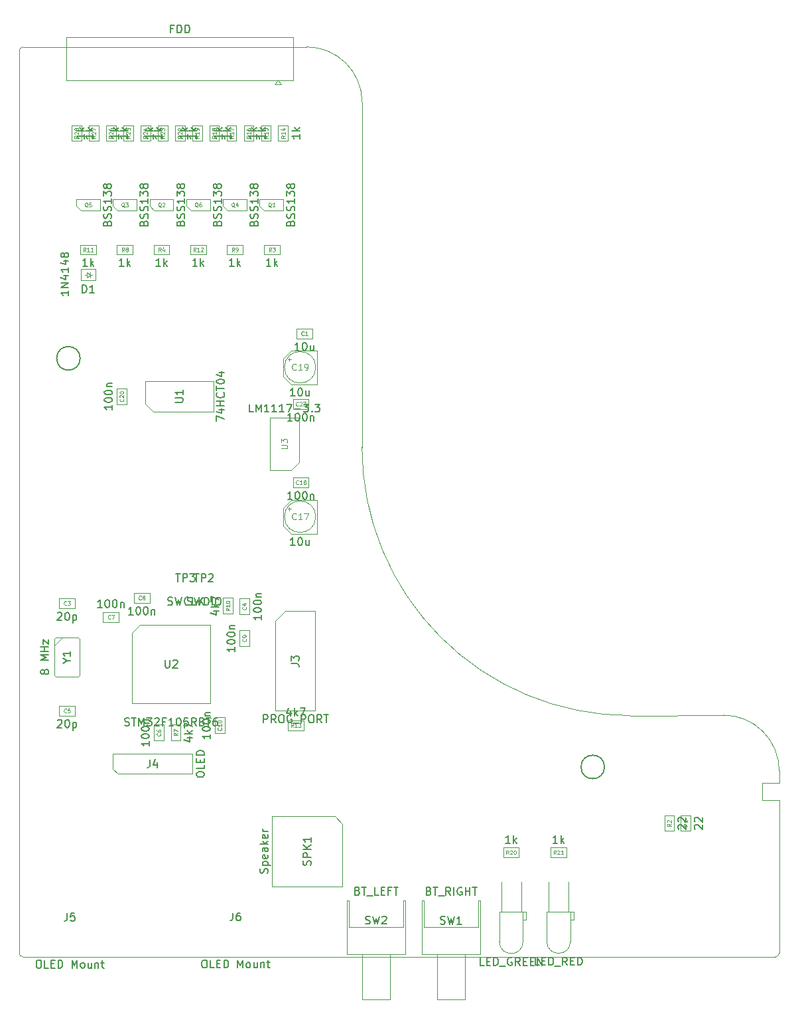
<source format=gbr>
G04 #@! TF.GenerationSoftware,KiCad,Pcbnew,(6.0.0)*
G04 #@! TF.CreationDate,2023-04-15T12:26:28+10:00*
G04 #@! TF.ProjectId,OpenFlops,4f70656e-466c-46f7-9073-2e6b69636164,1*
G04 #@! TF.SameCoordinates,Original*
G04 #@! TF.FileFunction,AssemblyDrawing,Top*
%FSLAX46Y46*%
G04 Gerber Fmt 4.6, Leading zero omitted, Abs format (unit mm)*
G04 Created by KiCad (PCBNEW (6.0.0)) date 2023-04-15 12:26:28*
%MOMM*%
%LPD*%
G01*
G04 APERTURE LIST*
G04 #@! TA.AperFunction,Profile*
%ADD10C,0.050000*%
G04 #@! TD*
G04 #@! TA.AperFunction,Profile*
%ADD11C,0.200000*%
G04 #@! TD*
%ADD12C,0.150000*%
%ADD13C,0.080000*%
%ADD14C,0.075000*%
%ADD15C,0.120000*%
%ADD16C,0.100000*%
G04 APERTURE END LIST*
D10*
X207450002Y-129425000D02*
X205275002Y-129425000D01*
X206973979Y-151605672D02*
G75*
G03*
X207448978Y-151129327I-674J475673D01*
G01*
D11*
X118225005Y-75300000D02*
G75*
G03*
X118225005Y-75300000I-1500005J0D01*
G01*
D10*
X154221823Y-42670673D02*
X154200002Y-86645673D01*
X188400001Y-120845674D02*
X200371621Y-120795672D01*
X207450000Y-131600000D02*
X205275000Y-131600000D01*
X110448671Y-151130873D02*
G75*
G03*
X110925018Y-151605876I475675J672D01*
G01*
X207446620Y-127870673D02*
X207450002Y-129425000D01*
X110923432Y-35605876D02*
X147146823Y-35595673D01*
X110923432Y-35605876D02*
G75*
G03*
X110448432Y-36082225I678J-475678D01*
G01*
X205275002Y-129425000D02*
X205275000Y-131600000D01*
X154200002Y-86645673D02*
G75*
G03*
X188400001Y-120845674I34199996J-5D01*
G01*
X207446620Y-127870673D02*
G75*
G03*
X200371621Y-120795672I-7074998J3D01*
G01*
X154221823Y-42670673D02*
G75*
G03*
X147146823Y-35595673I-7075002J-2D01*
G01*
X207448978Y-151129327D02*
X207450000Y-131600000D01*
X110448671Y-151130873D02*
X110448432Y-36082225D01*
X206973979Y-151605672D02*
X110925018Y-151605876D01*
D11*
X185150005Y-127400000D02*
G75*
G03*
X185150005Y-127400000I-1500005J0D01*
G01*
D12*
X128495096Y-63548053D02*
X127923667Y-63548053D01*
X128209382Y-63548053D02*
X128209382Y-62548053D01*
X128114144Y-62690911D01*
X128018905Y-62786149D01*
X127923667Y-62833768D01*
X128923667Y-63548053D02*
X128923667Y-62548053D01*
X129018905Y-63167101D02*
X129304620Y-63548053D01*
X129304620Y-62881387D02*
X128923667Y-63262339D01*
D13*
X128530810Y-61671863D02*
X128364144Y-61433768D01*
X128245096Y-61671863D02*
X128245096Y-61171863D01*
X128435572Y-61171863D01*
X128483191Y-61195673D01*
X128507001Y-61219482D01*
X128530810Y-61267101D01*
X128530810Y-61338530D01*
X128507001Y-61386149D01*
X128483191Y-61409958D01*
X128435572Y-61433768D01*
X128245096Y-61433768D01*
X128959382Y-61338530D02*
X128959382Y-61671863D01*
X128840334Y-61148053D02*
X128721286Y-61505196D01*
X129030810Y-61505196D01*
D12*
X123813023Y-63548054D02*
X123241594Y-63548054D01*
X123527309Y-63548054D02*
X123527309Y-62548054D01*
X123432071Y-62690912D01*
X123336832Y-62786150D01*
X123241594Y-62833769D01*
X124241594Y-63548054D02*
X124241594Y-62548054D01*
X124336832Y-63167102D02*
X124622547Y-63548054D01*
X124622547Y-62881388D02*
X124241594Y-63262340D01*
D13*
X123848737Y-61671864D02*
X123682071Y-61433769D01*
X123563023Y-61671864D02*
X123563023Y-61171864D01*
X123753499Y-61171864D01*
X123801118Y-61195674D01*
X123824928Y-61219483D01*
X123848737Y-61267102D01*
X123848737Y-61338531D01*
X123824928Y-61386150D01*
X123801118Y-61409959D01*
X123753499Y-61433769D01*
X123563023Y-61433769D01*
X124134451Y-61386150D02*
X124086832Y-61362340D01*
X124063023Y-61338531D01*
X124039213Y-61290912D01*
X124039213Y-61267102D01*
X124063023Y-61219483D01*
X124086832Y-61195674D01*
X124134451Y-61171864D01*
X124229690Y-61171864D01*
X124277309Y-61195674D01*
X124301118Y-61219483D01*
X124324928Y-61267102D01*
X124324928Y-61290912D01*
X124301118Y-61338531D01*
X124277309Y-61362340D01*
X124229690Y-61386150D01*
X124134451Y-61386150D01*
X124086832Y-61409959D01*
X124063023Y-61433769D01*
X124039213Y-61481388D01*
X124039213Y-61576626D01*
X124063023Y-61624245D01*
X124086832Y-61648054D01*
X124134451Y-61671864D01*
X124229690Y-61671864D01*
X124277309Y-61648054D01*
X124301118Y-61624245D01*
X124324928Y-61576626D01*
X124324928Y-61481388D01*
X124301118Y-61433769D01*
X124277309Y-61409959D01*
X124229690Y-61386150D01*
D12*
X136350233Y-46714721D02*
X136350233Y-47286150D01*
X136350233Y-47000435D02*
X135350233Y-47000435D01*
X135493091Y-47095674D01*
X135588329Y-47190912D01*
X135635948Y-47286150D01*
X136350233Y-46286150D02*
X135350233Y-46286150D01*
X135969281Y-46190912D02*
X136350233Y-45905197D01*
X135683567Y-45905197D02*
X136064519Y-46286150D01*
D13*
X137774043Y-46917102D02*
X137535948Y-47083769D01*
X137774043Y-47202816D02*
X137274043Y-47202816D01*
X137274043Y-47012340D01*
X137297853Y-46964721D01*
X137321662Y-46940912D01*
X137369281Y-46917102D01*
X137440710Y-46917102D01*
X137488329Y-46940912D01*
X137512138Y-46964721D01*
X137535948Y-47012340D01*
X137535948Y-47202816D01*
X137774043Y-46440912D02*
X137774043Y-46726626D01*
X137774043Y-46583769D02*
X137274043Y-46583769D01*
X137345472Y-46631388D01*
X137393091Y-46679007D01*
X137416900Y-46726626D01*
X137274043Y-46274245D02*
X137274043Y-45940912D01*
X137774043Y-46155197D01*
D12*
X124279402Y-46714720D02*
X124279402Y-47286149D01*
X124279402Y-47000434D02*
X123279402Y-47000434D01*
X123422260Y-47095673D01*
X123517498Y-47190911D01*
X123565117Y-47286149D01*
X124279402Y-46286149D02*
X123279402Y-46286149D01*
X123898450Y-46190911D02*
X124279402Y-45905196D01*
X123612736Y-45905196D02*
X123993688Y-46286149D01*
D13*
X122403212Y-46917101D02*
X122165117Y-47083768D01*
X122403212Y-47202815D02*
X121903212Y-47202815D01*
X121903212Y-47012339D01*
X121927022Y-46964720D01*
X121950831Y-46940911D01*
X121998450Y-46917101D01*
X122069879Y-46917101D01*
X122117498Y-46940911D01*
X122141307Y-46964720D01*
X122165117Y-47012339D01*
X122165117Y-47202815D01*
X121950831Y-46726625D02*
X121927022Y-46702815D01*
X121903212Y-46655196D01*
X121903212Y-46536149D01*
X121927022Y-46488530D01*
X121950831Y-46464720D01*
X121998450Y-46440911D01*
X122046069Y-46440911D01*
X122117498Y-46464720D01*
X122403212Y-46750434D01*
X122403212Y-46440911D01*
X121903212Y-46012339D02*
X121903212Y-46107577D01*
X121927022Y-46155196D01*
X121950831Y-46179006D01*
X122022260Y-46226625D01*
X122117498Y-46250434D01*
X122307974Y-46250434D01*
X122355593Y-46226625D01*
X122379402Y-46202815D01*
X122403212Y-46155196D01*
X122403212Y-46059958D01*
X122379402Y-46012339D01*
X122355593Y-45988530D01*
X122307974Y-45964720D01*
X122188926Y-45964720D01*
X122141307Y-45988530D01*
X122117498Y-46012339D01*
X122093688Y-46059958D01*
X122093688Y-46155196D01*
X122117498Y-46202815D01*
X122141307Y-46226625D01*
X122188926Y-46250434D01*
D12*
X131042713Y-58055195D02*
X131090332Y-57912338D01*
X131137951Y-57864719D01*
X131233189Y-57817100D01*
X131376046Y-57817100D01*
X131471284Y-57864719D01*
X131518903Y-57912338D01*
X131566522Y-58007576D01*
X131566522Y-58388529D01*
X130566522Y-58388529D01*
X130566522Y-58055195D01*
X130614142Y-57959957D01*
X130661761Y-57912338D01*
X130756999Y-57864719D01*
X130852237Y-57864719D01*
X130947475Y-57912338D01*
X130995094Y-57959957D01*
X131042713Y-58055195D01*
X131042713Y-58388529D01*
X131518903Y-57436148D02*
X131566522Y-57293291D01*
X131566522Y-57055195D01*
X131518903Y-56959957D01*
X131471284Y-56912338D01*
X131376046Y-56864719D01*
X131280808Y-56864719D01*
X131185570Y-56912338D01*
X131137951Y-56959957D01*
X131090332Y-57055195D01*
X131042713Y-57245672D01*
X130995094Y-57340910D01*
X130947475Y-57388529D01*
X130852237Y-57436148D01*
X130756999Y-57436148D01*
X130661761Y-57388529D01*
X130614142Y-57340910D01*
X130566522Y-57245672D01*
X130566522Y-57007576D01*
X130614142Y-56864719D01*
X131518903Y-56483767D02*
X131566522Y-56340910D01*
X131566522Y-56102814D01*
X131518903Y-56007576D01*
X131471284Y-55959957D01*
X131376046Y-55912338D01*
X131280808Y-55912338D01*
X131185570Y-55959957D01*
X131137951Y-56007576D01*
X131090332Y-56102814D01*
X131042713Y-56293291D01*
X130995094Y-56388529D01*
X130947475Y-56436148D01*
X130852237Y-56483767D01*
X130756999Y-56483767D01*
X130661761Y-56436148D01*
X130614142Y-56388529D01*
X130566522Y-56293291D01*
X130566522Y-56055195D01*
X130614142Y-55912338D01*
X131566522Y-54959957D02*
X131566522Y-55531386D01*
X131566522Y-55245672D02*
X130566522Y-55245672D01*
X130709380Y-55340910D01*
X130804618Y-55436148D01*
X130852237Y-55531386D01*
X130566522Y-54626624D02*
X130566522Y-54007576D01*
X130947475Y-54340910D01*
X130947475Y-54198052D01*
X130995094Y-54102814D01*
X131042713Y-54055195D01*
X131137951Y-54007576D01*
X131376046Y-54007576D01*
X131471284Y-54055195D01*
X131518903Y-54102814D01*
X131566522Y-54198052D01*
X131566522Y-54483767D01*
X131518903Y-54579005D01*
X131471284Y-54626624D01*
X130995094Y-53436148D02*
X130947475Y-53531386D01*
X130899856Y-53579005D01*
X130804618Y-53626624D01*
X130756999Y-53626624D01*
X130661761Y-53579005D01*
X130614142Y-53531386D01*
X130566522Y-53436148D01*
X130566522Y-53245672D01*
X130614142Y-53150433D01*
X130661761Y-53102814D01*
X130756999Y-53055195D01*
X130804618Y-53055195D01*
X130899856Y-53102814D01*
X130947475Y-53150433D01*
X130995094Y-53245672D01*
X130995094Y-53436148D01*
X131042713Y-53531386D01*
X131090332Y-53579005D01*
X131185570Y-53626624D01*
X131376046Y-53626624D01*
X131471284Y-53579005D01*
X131518903Y-53531386D01*
X131566522Y-53436148D01*
X131566522Y-53245672D01*
X131518903Y-53150433D01*
X131471284Y-53102814D01*
X131376046Y-53055195D01*
X131185570Y-53055195D01*
X131090332Y-53102814D01*
X131042713Y-53150433D01*
X130995094Y-53245672D01*
D14*
X128566522Y-56019481D02*
X128518903Y-55995672D01*
X128471284Y-55948052D01*
X128399856Y-55876624D01*
X128352237Y-55852814D01*
X128304618Y-55852814D01*
X128328427Y-55971862D02*
X128280808Y-55948052D01*
X128233189Y-55900433D01*
X128209380Y-55805195D01*
X128209380Y-55638529D01*
X128233189Y-55543291D01*
X128280808Y-55495672D01*
X128328427Y-55471862D01*
X128423665Y-55471862D01*
X128471284Y-55495672D01*
X128518903Y-55543291D01*
X128542713Y-55638529D01*
X128542713Y-55805195D01*
X128518903Y-55900433D01*
X128471284Y-55948052D01*
X128423665Y-55971862D01*
X128328427Y-55971862D01*
X128733189Y-55519481D02*
X128756999Y-55495672D01*
X128804618Y-55471862D01*
X128923665Y-55471862D01*
X128971284Y-55495672D01*
X128995094Y-55519481D01*
X129018903Y-55567100D01*
X129018903Y-55614719D01*
X128995094Y-55686148D01*
X128709380Y-55971862D01*
X129018903Y-55971862D01*
D12*
X115335214Y-121473292D02*
X115382833Y-121425673D01*
X115478071Y-121378053D01*
X115716166Y-121378053D01*
X115811404Y-121425673D01*
X115859023Y-121473292D01*
X115906642Y-121568530D01*
X115906642Y-121663768D01*
X115859023Y-121806625D01*
X115287595Y-122378053D01*
X115906642Y-122378053D01*
X116525690Y-121378053D02*
X116620928Y-121378053D01*
X116716166Y-121425673D01*
X116763785Y-121473292D01*
X116811404Y-121568530D01*
X116859023Y-121759006D01*
X116859023Y-121997101D01*
X116811404Y-122187577D01*
X116763785Y-122282815D01*
X116716166Y-122330434D01*
X116620928Y-122378053D01*
X116525690Y-122378053D01*
X116430452Y-122330434D01*
X116382833Y-122282815D01*
X116335214Y-122187577D01*
X116287595Y-121997101D01*
X116287595Y-121759006D01*
X116335214Y-121568530D01*
X116382833Y-121473292D01*
X116430452Y-121425673D01*
X116525690Y-121378053D01*
X117287595Y-121711387D02*
X117287595Y-122711387D01*
X117287595Y-121759006D02*
X117382833Y-121711387D01*
X117573309Y-121711387D01*
X117668547Y-121759006D01*
X117716166Y-121806625D01*
X117763785Y-121901863D01*
X117763785Y-122187577D01*
X117716166Y-122282815D01*
X117668547Y-122330434D01*
X117573309Y-122378053D01*
X117382833Y-122378053D01*
X117287595Y-122330434D01*
D13*
X116466166Y-120424244D02*
X116442357Y-120448053D01*
X116370928Y-120471863D01*
X116323309Y-120471863D01*
X116251880Y-120448053D01*
X116204261Y-120400434D01*
X116180452Y-120352815D01*
X116156642Y-120257577D01*
X116156642Y-120186149D01*
X116180452Y-120090911D01*
X116204261Y-120043292D01*
X116251880Y-119995673D01*
X116323309Y-119971863D01*
X116370928Y-119971863D01*
X116442357Y-119995673D01*
X116466166Y-120019482D01*
X116918547Y-119971863D02*
X116680452Y-119971863D01*
X116656642Y-120209958D01*
X116680452Y-120186149D01*
X116728071Y-120162339D01*
X116847119Y-120162339D01*
X116894738Y-120186149D01*
X116918547Y-120209958D01*
X116942357Y-120257577D01*
X116942357Y-120376625D01*
X116918547Y-120424244D01*
X116894738Y-120448053D01*
X116847119Y-120471863D01*
X116728071Y-120471863D01*
X116680452Y-120448053D01*
X116656642Y-120424244D01*
D12*
X123934637Y-122100434D02*
X124077494Y-122148053D01*
X124315589Y-122148053D01*
X124410827Y-122100434D01*
X124458446Y-122052815D01*
X124506065Y-121957577D01*
X124506065Y-121862339D01*
X124458446Y-121767101D01*
X124410827Y-121719482D01*
X124315589Y-121671863D01*
X124125113Y-121624244D01*
X124029875Y-121576625D01*
X123982256Y-121529006D01*
X123934637Y-121433768D01*
X123934637Y-121338530D01*
X123982256Y-121243292D01*
X124029875Y-121195673D01*
X124125113Y-121148053D01*
X124363208Y-121148053D01*
X124506065Y-121195673D01*
X124791779Y-121148053D02*
X125363208Y-121148053D01*
X125077494Y-122148053D02*
X125077494Y-121148053D01*
X125696541Y-122148053D02*
X125696541Y-121148053D01*
X126029875Y-121862339D01*
X126363208Y-121148053D01*
X126363208Y-122148053D01*
X126744160Y-121148053D02*
X127363208Y-121148053D01*
X127029875Y-121529006D01*
X127172732Y-121529006D01*
X127267970Y-121576625D01*
X127315589Y-121624244D01*
X127363208Y-121719482D01*
X127363208Y-121957577D01*
X127315589Y-122052815D01*
X127267970Y-122100434D01*
X127172732Y-122148053D01*
X126887018Y-122148053D01*
X126791779Y-122100434D01*
X126744160Y-122052815D01*
X127744160Y-121243292D02*
X127791779Y-121195673D01*
X127887018Y-121148053D01*
X128125113Y-121148053D01*
X128220351Y-121195673D01*
X128267970Y-121243292D01*
X128315589Y-121338530D01*
X128315589Y-121433768D01*
X128267970Y-121576625D01*
X127696541Y-122148053D01*
X128315589Y-122148053D01*
X129077494Y-121624244D02*
X128744160Y-121624244D01*
X128744160Y-122148053D02*
X128744160Y-121148053D01*
X129220351Y-121148053D01*
X130125113Y-122148053D02*
X129553684Y-122148053D01*
X129839399Y-122148053D02*
X129839399Y-121148053D01*
X129744160Y-121290911D01*
X129648922Y-121386149D01*
X129553684Y-121433768D01*
X130744160Y-121148053D02*
X130839399Y-121148053D01*
X130934637Y-121195673D01*
X130982256Y-121243292D01*
X131029875Y-121338530D01*
X131077494Y-121529006D01*
X131077494Y-121767101D01*
X131029875Y-121957577D01*
X130982256Y-122052815D01*
X130934637Y-122100434D01*
X130839399Y-122148053D01*
X130744160Y-122148053D01*
X130648922Y-122100434D01*
X130601303Y-122052815D01*
X130553684Y-121957577D01*
X130506065Y-121767101D01*
X130506065Y-121529006D01*
X130553684Y-121338530D01*
X130601303Y-121243292D01*
X130648922Y-121195673D01*
X130744160Y-121148053D01*
X131982256Y-121148053D02*
X131506065Y-121148053D01*
X131458446Y-121624244D01*
X131506065Y-121576625D01*
X131601303Y-121529006D01*
X131839399Y-121529006D01*
X131934637Y-121576625D01*
X131982256Y-121624244D01*
X132029875Y-121719482D01*
X132029875Y-121957577D01*
X131982256Y-122052815D01*
X131934637Y-122100434D01*
X131839399Y-122148053D01*
X131601303Y-122148053D01*
X131506065Y-122100434D01*
X131458446Y-122052815D01*
X133029875Y-122148053D02*
X132696541Y-121671863D01*
X132458446Y-122148053D02*
X132458446Y-121148053D01*
X132839399Y-121148053D01*
X132934637Y-121195673D01*
X132982256Y-121243292D01*
X133029875Y-121338530D01*
X133029875Y-121481387D01*
X132982256Y-121576625D01*
X132934637Y-121624244D01*
X132839399Y-121671863D01*
X132458446Y-121671863D01*
X133791779Y-121624244D02*
X133934637Y-121671863D01*
X133982256Y-121719482D01*
X134029875Y-121814720D01*
X134029875Y-121957577D01*
X133982256Y-122052815D01*
X133934637Y-122100434D01*
X133839399Y-122148053D01*
X133458446Y-122148053D01*
X133458446Y-121148053D01*
X133791779Y-121148053D01*
X133887018Y-121195673D01*
X133934637Y-121243292D01*
X133982256Y-121338530D01*
X133982256Y-121433768D01*
X133934637Y-121529006D01*
X133887018Y-121576625D01*
X133791779Y-121624244D01*
X133458446Y-121624244D01*
X134315589Y-121148053D02*
X134887018Y-121148053D01*
X134601303Y-122148053D02*
X134601303Y-121148053D01*
X135648922Y-121148053D02*
X135458446Y-121148053D01*
X135363208Y-121195673D01*
X135315589Y-121243292D01*
X135220351Y-121386149D01*
X135172732Y-121576625D01*
X135172732Y-121957577D01*
X135220351Y-122052815D01*
X135267970Y-122100434D01*
X135363208Y-122148053D01*
X135553684Y-122148053D01*
X135648922Y-122100434D01*
X135696541Y-122052815D01*
X135744160Y-121957577D01*
X135744160Y-121719482D01*
X135696541Y-121624244D01*
X135648922Y-121576625D01*
X135553684Y-121529006D01*
X135363208Y-121529006D01*
X135267970Y-121576625D01*
X135220351Y-121624244D01*
X135172732Y-121719482D01*
X129077494Y-113748053D02*
X129077494Y-114557577D01*
X129125113Y-114652815D01*
X129172732Y-114700434D01*
X129267970Y-114748053D01*
X129458446Y-114748053D01*
X129553684Y-114700434D01*
X129601303Y-114652815D01*
X129648922Y-114557577D01*
X129648922Y-113748053D01*
X130077494Y-113843292D02*
X130125113Y-113795673D01*
X130220351Y-113748053D01*
X130458446Y-113748053D01*
X130553684Y-113795673D01*
X130601303Y-113843292D01*
X130648922Y-113938530D01*
X130648922Y-114033768D01*
X130601303Y-114176625D01*
X130029875Y-114748053D01*
X130648922Y-114748053D01*
X133177166Y-63548053D02*
X132605737Y-63548053D01*
X132891452Y-63548053D02*
X132891452Y-62548053D01*
X132796214Y-62690911D01*
X132700975Y-62786149D01*
X132605737Y-62833768D01*
X133605737Y-63548053D02*
X133605737Y-62548053D01*
X133700975Y-63167101D02*
X133986690Y-63548053D01*
X133986690Y-62881387D02*
X133605737Y-63262339D01*
D13*
X132974785Y-61671863D02*
X132808118Y-61433768D01*
X132689071Y-61671863D02*
X132689071Y-61171863D01*
X132879547Y-61171863D01*
X132927166Y-61195673D01*
X132950975Y-61219482D01*
X132974785Y-61267101D01*
X132974785Y-61338530D01*
X132950975Y-61386149D01*
X132927166Y-61409958D01*
X132879547Y-61433768D01*
X132689071Y-61433768D01*
X133450975Y-61671863D02*
X133165261Y-61671863D01*
X133308118Y-61671863D02*
X133308118Y-61171863D01*
X133260499Y-61243292D01*
X133212880Y-61290911D01*
X133165261Y-61314720D01*
X133641452Y-61219482D02*
X133665261Y-61195673D01*
X133712880Y-61171863D01*
X133831928Y-61171863D01*
X133879547Y-61195673D01*
X133903356Y-61219482D01*
X133927166Y-61267101D01*
X133927166Y-61314720D01*
X133903356Y-61386149D01*
X133617642Y-61671863D01*
X133927166Y-61671863D01*
D12*
X137859237Y-63548054D02*
X137287808Y-63548054D01*
X137573523Y-63548054D02*
X137573523Y-62548054D01*
X137478285Y-62690912D01*
X137383046Y-62786150D01*
X137287808Y-62833769D01*
X138287808Y-63548054D02*
X138287808Y-62548054D01*
X138383046Y-63167102D02*
X138668761Y-63548054D01*
X138668761Y-62881388D02*
X138287808Y-63262340D01*
D13*
X137894951Y-61671864D02*
X137728285Y-61433769D01*
X137609237Y-61671864D02*
X137609237Y-61171864D01*
X137799713Y-61171864D01*
X137847332Y-61195674D01*
X137871142Y-61219483D01*
X137894951Y-61267102D01*
X137894951Y-61338531D01*
X137871142Y-61386150D01*
X137847332Y-61409959D01*
X137799713Y-61433769D01*
X137609237Y-61433769D01*
X138133046Y-61671864D02*
X138228285Y-61671864D01*
X138275904Y-61648054D01*
X138299713Y-61624245D01*
X138347332Y-61552816D01*
X138371142Y-61457578D01*
X138371142Y-61267102D01*
X138347332Y-61219483D01*
X138323523Y-61195674D01*
X138275904Y-61171864D01*
X138180665Y-61171864D01*
X138133046Y-61195674D01*
X138109237Y-61219483D01*
X138085427Y-61267102D01*
X138085427Y-61386150D01*
X138109237Y-61433769D01*
X138133046Y-61457578D01*
X138180665Y-61481388D01*
X138275904Y-61481388D01*
X138323523Y-61457578D01*
X138347332Y-61433769D01*
X138371142Y-61386150D01*
D12*
X119887736Y-46714720D02*
X119887736Y-47286149D01*
X119887736Y-47000434D02*
X118887736Y-47000434D01*
X119030594Y-47095673D01*
X119125832Y-47190911D01*
X119173451Y-47286149D01*
X119887736Y-46286149D02*
X118887736Y-46286149D01*
X119506784Y-46190911D02*
X119887736Y-45905196D01*
X119221070Y-45905196D02*
X119602022Y-46286149D01*
D13*
X118011546Y-46917101D02*
X117773451Y-47083768D01*
X118011546Y-47202815D02*
X117511546Y-47202815D01*
X117511546Y-47012339D01*
X117535356Y-46964720D01*
X117559165Y-46940911D01*
X117606784Y-46917101D01*
X117678213Y-46917101D01*
X117725832Y-46940911D01*
X117749641Y-46964720D01*
X117773451Y-47012339D01*
X117773451Y-47202815D01*
X117559165Y-46726625D02*
X117535356Y-46702815D01*
X117511546Y-46655196D01*
X117511546Y-46536149D01*
X117535356Y-46488530D01*
X117559165Y-46464720D01*
X117606784Y-46440911D01*
X117654403Y-46440911D01*
X117725832Y-46464720D01*
X118011546Y-46750434D01*
X118011546Y-46440911D01*
X117725832Y-46155196D02*
X117702022Y-46202815D01*
X117678213Y-46226625D01*
X117630594Y-46250434D01*
X117606784Y-46250434D01*
X117559165Y-46226625D01*
X117535356Y-46202815D01*
X117511546Y-46155196D01*
X117511546Y-46059958D01*
X117535356Y-46012339D01*
X117559165Y-45988530D01*
X117606784Y-45964720D01*
X117630594Y-45964720D01*
X117678213Y-45988530D01*
X117702022Y-46012339D01*
X117725832Y-46059958D01*
X117725832Y-46155196D01*
X117749641Y-46202815D01*
X117773451Y-46226625D01*
X117821070Y-46250434D01*
X117916308Y-46250434D01*
X117963927Y-46226625D01*
X117987736Y-46202815D01*
X118011546Y-46155196D01*
X118011546Y-46059958D01*
X117987736Y-46012339D01*
X117963927Y-45988530D01*
X117916308Y-45964720D01*
X117821070Y-45964720D01*
X117773451Y-45988530D01*
X117749641Y-46012339D01*
X117725832Y-46059958D01*
D12*
X173105952Y-137114879D02*
X172534523Y-137114879D01*
X172820238Y-137114879D02*
X172820238Y-136114879D01*
X172725000Y-136257737D01*
X172629761Y-136352975D01*
X172534523Y-136400594D01*
X173534523Y-137114879D02*
X173534523Y-136114879D01*
X173629761Y-136733927D02*
X173915476Y-137114879D01*
X173915476Y-136448213D02*
X173534523Y-136829165D01*
D13*
X172903571Y-138538689D02*
X172736904Y-138300594D01*
X172617857Y-138538689D02*
X172617857Y-138038689D01*
X172808333Y-138038689D01*
X172855952Y-138062499D01*
X172879761Y-138086308D01*
X172903571Y-138133927D01*
X172903571Y-138205356D01*
X172879761Y-138252975D01*
X172855952Y-138276784D01*
X172808333Y-138300594D01*
X172617857Y-138300594D01*
X173094047Y-138086308D02*
X173117857Y-138062499D01*
X173165476Y-138038689D01*
X173284523Y-138038689D01*
X173332142Y-138062499D01*
X173355952Y-138086308D01*
X173379761Y-138133927D01*
X173379761Y-138181546D01*
X173355952Y-138252975D01*
X173070238Y-138538689D01*
X173379761Y-138538689D01*
X173689285Y-138038689D02*
X173736904Y-138038689D01*
X173784523Y-138062499D01*
X173808333Y-138086308D01*
X173832142Y-138133927D01*
X173855952Y-138229165D01*
X173855952Y-138348213D01*
X173832142Y-138443451D01*
X173808333Y-138491070D01*
X173784523Y-138514879D01*
X173736904Y-138538689D01*
X173689285Y-138538689D01*
X173641666Y-138514879D01*
X173617857Y-138491070D01*
X173594047Y-138443451D01*
X173570238Y-138348213D01*
X173570238Y-138229165D01*
X173594047Y-138133927D01*
X173617857Y-138086308D01*
X173641666Y-138062499D01*
X173689285Y-138038689D01*
D12*
X141344030Y-108034721D02*
X141344030Y-108606150D01*
X141344030Y-108320435D02*
X140344030Y-108320435D01*
X140486888Y-108415674D01*
X140582126Y-108510912D01*
X140629745Y-108606150D01*
X140344030Y-107415674D02*
X140344030Y-107320435D01*
X140391650Y-107225197D01*
X140439269Y-107177578D01*
X140534507Y-107129959D01*
X140724983Y-107082340D01*
X140963078Y-107082340D01*
X141153554Y-107129959D01*
X141248792Y-107177578D01*
X141296411Y-107225197D01*
X141344030Y-107320435D01*
X141344030Y-107415674D01*
X141296411Y-107510912D01*
X141248792Y-107558531D01*
X141153554Y-107606150D01*
X140963078Y-107653769D01*
X140724983Y-107653769D01*
X140534507Y-107606150D01*
X140439269Y-107558531D01*
X140391650Y-107510912D01*
X140344030Y-107415674D01*
X140344030Y-106463293D02*
X140344030Y-106368054D01*
X140391650Y-106272816D01*
X140439269Y-106225197D01*
X140534507Y-106177578D01*
X140724983Y-106129959D01*
X140963078Y-106129959D01*
X141153554Y-106177578D01*
X141248792Y-106225197D01*
X141296411Y-106272816D01*
X141344030Y-106368054D01*
X141344030Y-106463293D01*
X141296411Y-106558531D01*
X141248792Y-106606150D01*
X141153554Y-106653769D01*
X140963078Y-106701388D01*
X140724983Y-106701388D01*
X140534507Y-106653769D01*
X140439269Y-106606150D01*
X140391650Y-106558531D01*
X140344030Y-106463293D01*
X140677364Y-105701388D02*
X141344030Y-105701388D01*
X140772602Y-105701388D02*
X140724983Y-105653769D01*
X140677364Y-105558531D01*
X140677364Y-105415674D01*
X140724983Y-105320435D01*
X140820221Y-105272816D01*
X141344030Y-105272816D01*
D13*
X139390221Y-106999007D02*
X139414030Y-107022816D01*
X139437840Y-107094245D01*
X139437840Y-107141864D01*
X139414030Y-107213293D01*
X139366411Y-107260912D01*
X139318792Y-107284721D01*
X139223554Y-107308531D01*
X139152126Y-107308531D01*
X139056888Y-107284721D01*
X139009269Y-107260912D01*
X138961650Y-107213293D01*
X138937840Y-107141864D01*
X138937840Y-107094245D01*
X138961650Y-107022816D01*
X138985459Y-106999007D01*
X139104507Y-106570435D02*
X139437840Y-106570435D01*
X138914030Y-106689483D02*
X139271173Y-106808531D01*
X139271173Y-106499007D01*
D12*
X131930952Y-106729761D02*
X132073809Y-106777380D01*
X132311904Y-106777380D01*
X132407142Y-106729761D01*
X132454761Y-106682142D01*
X132502380Y-106586904D01*
X132502380Y-106491666D01*
X132454761Y-106396428D01*
X132407142Y-106348809D01*
X132311904Y-106301190D01*
X132121428Y-106253571D01*
X132026190Y-106205952D01*
X131978571Y-106158333D01*
X131930952Y-106063095D01*
X131930952Y-105967857D01*
X131978571Y-105872619D01*
X132026190Y-105825000D01*
X132121428Y-105777380D01*
X132359523Y-105777380D01*
X132502380Y-105825000D01*
X132835714Y-105777380D02*
X133073809Y-106777380D01*
X133264285Y-106063095D01*
X133454761Y-106777380D01*
X133692857Y-105777380D01*
X134073809Y-106777380D02*
X134073809Y-105777380D01*
X134311904Y-105777380D01*
X134454761Y-105825000D01*
X134550000Y-105920238D01*
X134597619Y-106015476D01*
X134645238Y-106205952D01*
X134645238Y-106348809D01*
X134597619Y-106539285D01*
X134550000Y-106634523D01*
X134454761Y-106729761D01*
X134311904Y-106777380D01*
X134073809Y-106777380D01*
X135073809Y-106777380D02*
X135073809Y-105777380D01*
X135740476Y-105777380D02*
X135930952Y-105777380D01*
X136026190Y-105825000D01*
X136121428Y-105920238D01*
X136169047Y-106110714D01*
X136169047Y-106444047D01*
X136121428Y-106634523D01*
X136026190Y-106729761D01*
X135930952Y-106777380D01*
X135740476Y-106777380D01*
X135645238Y-106729761D01*
X135550000Y-106634523D01*
X135502380Y-106444047D01*
X135502380Y-106110714D01*
X135550000Y-105920238D01*
X135645238Y-105825000D01*
X135740476Y-105777380D01*
X132788095Y-102777380D02*
X133359523Y-102777380D01*
X133073809Y-103777380D02*
X133073809Y-102777380D01*
X133692857Y-103777380D02*
X133692857Y-102777380D01*
X134073809Y-102777380D01*
X134169047Y-102825000D01*
X134216666Y-102872619D01*
X134264285Y-102967857D01*
X134264285Y-103110714D01*
X134216666Y-103205952D01*
X134169047Y-103253571D01*
X134073809Y-103301190D01*
X133692857Y-103301190D01*
X134645238Y-102872619D02*
X134692857Y-102825000D01*
X134788095Y-102777380D01*
X135026190Y-102777380D01*
X135121428Y-102825000D01*
X135169047Y-102872619D01*
X135216666Y-102967857D01*
X135216666Y-103063095D01*
X135169047Y-103205952D01*
X134597619Y-103777380D01*
X135216666Y-103777380D01*
X196722619Y-135336903D02*
X196675000Y-135289284D01*
X196627380Y-135194046D01*
X196627380Y-134955951D01*
X196675000Y-134860713D01*
X196722619Y-134813094D01*
X196817857Y-134765475D01*
X196913095Y-134765475D01*
X197055952Y-134813094D01*
X197627380Y-135384522D01*
X197627380Y-134765475D01*
X196722619Y-134384522D02*
X196675000Y-134336903D01*
X196627380Y-134241665D01*
X196627380Y-134003570D01*
X196675000Y-133908332D01*
X196722619Y-133860713D01*
X196817857Y-133813094D01*
X196913095Y-133813094D01*
X197055952Y-133860713D01*
X197627380Y-134432141D01*
X197627380Y-133813094D01*
D13*
X195751190Y-134658332D02*
X195513095Y-134824999D01*
X195751190Y-134944046D02*
X195251190Y-134944046D01*
X195251190Y-134753570D01*
X195275000Y-134705951D01*
X195298809Y-134682141D01*
X195346428Y-134658332D01*
X195417857Y-134658332D01*
X195465476Y-134682141D01*
X195489285Y-134705951D01*
X195513095Y-134753570D01*
X195513095Y-134944046D01*
X195751190Y-134182141D02*
X195751190Y-134467856D01*
X195751190Y-134324999D02*
X195251190Y-134324999D01*
X195322619Y-134372618D01*
X195370238Y-134420237D01*
X195394047Y-134467856D01*
D12*
X140406856Y-58055196D02*
X140454475Y-57912339D01*
X140502094Y-57864720D01*
X140597332Y-57817101D01*
X140740189Y-57817101D01*
X140835427Y-57864720D01*
X140883046Y-57912339D01*
X140930665Y-58007577D01*
X140930665Y-58388530D01*
X139930665Y-58388530D01*
X139930665Y-58055196D01*
X139978285Y-57959958D01*
X140025904Y-57912339D01*
X140121142Y-57864720D01*
X140216380Y-57864720D01*
X140311618Y-57912339D01*
X140359237Y-57959958D01*
X140406856Y-58055196D01*
X140406856Y-58388530D01*
X140883046Y-57436149D02*
X140930665Y-57293292D01*
X140930665Y-57055196D01*
X140883046Y-56959958D01*
X140835427Y-56912339D01*
X140740189Y-56864720D01*
X140644951Y-56864720D01*
X140549713Y-56912339D01*
X140502094Y-56959958D01*
X140454475Y-57055196D01*
X140406856Y-57245673D01*
X140359237Y-57340911D01*
X140311618Y-57388530D01*
X140216380Y-57436149D01*
X140121142Y-57436149D01*
X140025904Y-57388530D01*
X139978285Y-57340911D01*
X139930665Y-57245673D01*
X139930665Y-57007577D01*
X139978285Y-56864720D01*
X140883046Y-56483768D02*
X140930665Y-56340911D01*
X140930665Y-56102815D01*
X140883046Y-56007577D01*
X140835427Y-55959958D01*
X140740189Y-55912339D01*
X140644951Y-55912339D01*
X140549713Y-55959958D01*
X140502094Y-56007577D01*
X140454475Y-56102815D01*
X140406856Y-56293292D01*
X140359237Y-56388530D01*
X140311618Y-56436149D01*
X140216380Y-56483768D01*
X140121142Y-56483768D01*
X140025904Y-56436149D01*
X139978285Y-56388530D01*
X139930665Y-56293292D01*
X139930665Y-56055196D01*
X139978285Y-55912339D01*
X140930665Y-54959958D02*
X140930665Y-55531387D01*
X140930665Y-55245673D02*
X139930665Y-55245673D01*
X140073523Y-55340911D01*
X140168761Y-55436149D01*
X140216380Y-55531387D01*
X139930665Y-54626625D02*
X139930665Y-54007577D01*
X140311618Y-54340911D01*
X140311618Y-54198053D01*
X140359237Y-54102815D01*
X140406856Y-54055196D01*
X140502094Y-54007577D01*
X140740189Y-54007577D01*
X140835427Y-54055196D01*
X140883046Y-54102815D01*
X140930665Y-54198053D01*
X140930665Y-54483768D01*
X140883046Y-54579006D01*
X140835427Y-54626625D01*
X140359237Y-53436149D02*
X140311618Y-53531387D01*
X140263999Y-53579006D01*
X140168761Y-53626625D01*
X140121142Y-53626625D01*
X140025904Y-53579006D01*
X139978285Y-53531387D01*
X139930665Y-53436149D01*
X139930665Y-53245673D01*
X139978285Y-53150434D01*
X140025904Y-53102815D01*
X140121142Y-53055196D01*
X140168761Y-53055196D01*
X140263999Y-53102815D01*
X140311618Y-53150434D01*
X140359237Y-53245673D01*
X140359237Y-53436149D01*
X140406856Y-53531387D01*
X140454475Y-53579006D01*
X140549713Y-53626625D01*
X140740189Y-53626625D01*
X140835427Y-53579006D01*
X140883046Y-53531387D01*
X140930665Y-53436149D01*
X140930665Y-53245673D01*
X140883046Y-53150434D01*
X140835427Y-53102815D01*
X140740189Y-53055196D01*
X140549713Y-53055196D01*
X140454475Y-53102815D01*
X140406856Y-53150434D01*
X140359237Y-53245673D01*
D14*
X137930665Y-56019482D02*
X137883046Y-55995673D01*
X137835427Y-55948053D01*
X137763999Y-55876625D01*
X137716380Y-55852815D01*
X137668761Y-55852815D01*
X137692570Y-55971863D02*
X137644951Y-55948053D01*
X137597332Y-55900434D01*
X137573523Y-55805196D01*
X137573523Y-55638530D01*
X137597332Y-55543292D01*
X137644951Y-55495673D01*
X137692570Y-55471863D01*
X137787808Y-55471863D01*
X137835427Y-55495673D01*
X137883046Y-55543292D01*
X137906856Y-55638530D01*
X137906856Y-55805196D01*
X137883046Y-55900434D01*
X137835427Y-55948053D01*
X137787808Y-55971863D01*
X137692570Y-55971863D01*
X138335427Y-55638530D02*
X138335427Y-55971863D01*
X138216380Y-55448053D02*
X138097332Y-55805196D01*
X138406856Y-55805196D01*
D12*
X194622619Y-135336904D02*
X194575000Y-135289285D01*
X194527380Y-135194047D01*
X194527380Y-134955952D01*
X194575000Y-134860714D01*
X194622619Y-134813095D01*
X194717857Y-134765476D01*
X194813095Y-134765476D01*
X194955952Y-134813095D01*
X195527380Y-135384523D01*
X195527380Y-134765476D01*
X194622619Y-134384523D02*
X194575000Y-134336904D01*
X194527380Y-134241666D01*
X194527380Y-134003571D01*
X194575000Y-133908333D01*
X194622619Y-133860714D01*
X194717857Y-133813095D01*
X194813095Y-133813095D01*
X194955952Y-133860714D01*
X195527380Y-134432142D01*
X195527380Y-133813095D01*
D13*
X193651190Y-134658333D02*
X193413095Y-134825000D01*
X193651190Y-134944047D02*
X193151190Y-134944047D01*
X193151190Y-134753571D01*
X193175000Y-134705952D01*
X193198809Y-134682142D01*
X193246428Y-134658333D01*
X193317857Y-134658333D01*
X193365476Y-134682142D01*
X193389285Y-134705952D01*
X193413095Y-134753571D01*
X193413095Y-134944047D01*
X193198809Y-134467857D02*
X193175000Y-134444047D01*
X193151190Y-134396428D01*
X193151190Y-134277380D01*
X193175000Y-134229761D01*
X193198809Y-134205952D01*
X193246428Y-134182142D01*
X193294047Y-134182142D01*
X193365476Y-134205952D01*
X193651190Y-134491666D01*
X193651190Y-134182142D01*
D12*
X145280953Y-83278053D02*
X144709524Y-83278053D01*
X144995239Y-83278053D02*
X144995239Y-82278053D01*
X144900001Y-82420911D01*
X144804762Y-82516149D01*
X144709524Y-82563768D01*
X145900001Y-82278053D02*
X145995239Y-82278053D01*
X146090477Y-82325673D01*
X146138096Y-82373292D01*
X146185715Y-82468530D01*
X146233334Y-82659006D01*
X146233334Y-82897101D01*
X146185715Y-83087577D01*
X146138096Y-83182815D01*
X146090477Y-83230434D01*
X145995239Y-83278053D01*
X145900001Y-83278053D01*
X145804762Y-83230434D01*
X145757143Y-83182815D01*
X145709524Y-83087577D01*
X145661905Y-82897101D01*
X145661905Y-82659006D01*
X145709524Y-82468530D01*
X145757143Y-82373292D01*
X145804762Y-82325673D01*
X145900001Y-82278053D01*
X146852381Y-82278053D02*
X146947620Y-82278053D01*
X147042858Y-82325673D01*
X147090477Y-82373292D01*
X147138096Y-82468530D01*
X147185715Y-82659006D01*
X147185715Y-82897101D01*
X147138096Y-83087577D01*
X147090477Y-83182815D01*
X147042858Y-83230434D01*
X146947620Y-83278053D01*
X146852381Y-83278053D01*
X146757143Y-83230434D01*
X146709524Y-83182815D01*
X146661905Y-83087577D01*
X146614286Y-82897101D01*
X146614286Y-82659006D01*
X146661905Y-82468530D01*
X146709524Y-82373292D01*
X146757143Y-82325673D01*
X146852381Y-82278053D01*
X147614286Y-82611387D02*
X147614286Y-83278053D01*
X147614286Y-82706625D02*
X147661905Y-82659006D01*
X147757143Y-82611387D01*
X147900001Y-82611387D01*
X147995239Y-82659006D01*
X148042858Y-82754244D01*
X148042858Y-83278053D01*
D13*
X146078572Y-81324244D02*
X146054762Y-81348053D01*
X145983334Y-81371863D01*
X145935715Y-81371863D01*
X145864286Y-81348053D01*
X145816667Y-81300434D01*
X145792858Y-81252815D01*
X145769048Y-81157577D01*
X145769048Y-81086149D01*
X145792858Y-80990911D01*
X145816667Y-80943292D01*
X145864286Y-80895673D01*
X145935715Y-80871863D01*
X145983334Y-80871863D01*
X146054762Y-80895673D01*
X146078572Y-80919482D01*
X146269048Y-80919482D02*
X146292858Y-80895673D01*
X146340477Y-80871863D01*
X146459524Y-80871863D01*
X146507143Y-80895673D01*
X146530953Y-80919482D01*
X146554762Y-80967101D01*
X146554762Y-81014720D01*
X146530953Y-81086149D01*
X146245239Y-81371863D01*
X146554762Y-81371863D01*
X146721429Y-80871863D02*
X147030953Y-80871863D01*
X146864286Y-81062339D01*
X146935715Y-81062339D01*
X146983334Y-81086149D01*
X147007143Y-81109958D01*
X147030953Y-81157577D01*
X147030953Y-81276625D01*
X147007143Y-81324244D01*
X146983334Y-81348053D01*
X146935715Y-81371863D01*
X146792858Y-81371863D01*
X146745239Y-81348053D01*
X146721429Y-81324244D01*
D12*
X124980452Y-107978052D02*
X124409023Y-107978052D01*
X124694738Y-107978052D02*
X124694738Y-106978052D01*
X124599500Y-107120910D01*
X124504261Y-107216148D01*
X124409023Y-107263767D01*
X125599500Y-106978052D02*
X125694738Y-106978052D01*
X125789976Y-107025672D01*
X125837595Y-107073291D01*
X125885214Y-107168529D01*
X125932833Y-107359005D01*
X125932833Y-107597100D01*
X125885214Y-107787576D01*
X125837595Y-107882814D01*
X125789976Y-107930433D01*
X125694738Y-107978052D01*
X125599500Y-107978052D01*
X125504261Y-107930433D01*
X125456642Y-107882814D01*
X125409023Y-107787576D01*
X125361404Y-107597100D01*
X125361404Y-107359005D01*
X125409023Y-107168529D01*
X125456642Y-107073291D01*
X125504261Y-107025672D01*
X125599500Y-106978052D01*
X126551880Y-106978052D02*
X126647119Y-106978052D01*
X126742357Y-107025672D01*
X126789976Y-107073291D01*
X126837595Y-107168529D01*
X126885214Y-107359005D01*
X126885214Y-107597100D01*
X126837595Y-107787576D01*
X126789976Y-107882814D01*
X126742357Y-107930433D01*
X126647119Y-107978052D01*
X126551880Y-107978052D01*
X126456642Y-107930433D01*
X126409023Y-107882814D01*
X126361404Y-107787576D01*
X126313785Y-107597100D01*
X126313785Y-107359005D01*
X126361404Y-107168529D01*
X126409023Y-107073291D01*
X126456642Y-107025672D01*
X126551880Y-106978052D01*
X127313785Y-107311386D02*
X127313785Y-107978052D01*
X127313785Y-107406624D02*
X127361404Y-107359005D01*
X127456642Y-107311386D01*
X127599500Y-107311386D01*
X127694738Y-107359005D01*
X127742357Y-107454243D01*
X127742357Y-107978052D01*
D13*
X126016166Y-106024243D02*
X125992357Y-106048052D01*
X125920928Y-106071862D01*
X125873309Y-106071862D01*
X125801880Y-106048052D01*
X125754261Y-106000433D01*
X125730452Y-105952814D01*
X125706642Y-105857576D01*
X125706642Y-105786148D01*
X125730452Y-105690910D01*
X125754261Y-105643291D01*
X125801880Y-105595672D01*
X125873309Y-105571862D01*
X125920928Y-105571862D01*
X125992357Y-105595672D01*
X126016166Y-105619481D01*
X126301880Y-105786148D02*
X126254261Y-105762338D01*
X126230452Y-105738529D01*
X126206642Y-105690910D01*
X126206642Y-105667100D01*
X126230452Y-105619481D01*
X126254261Y-105595672D01*
X126301880Y-105571862D01*
X126397119Y-105571862D01*
X126444738Y-105595672D01*
X126468547Y-105619481D01*
X126492357Y-105667100D01*
X126492357Y-105690910D01*
X126468547Y-105738529D01*
X126444738Y-105762338D01*
X126397119Y-105786148D01*
X126301880Y-105786148D01*
X126254261Y-105809957D01*
X126230452Y-105833767D01*
X126206642Y-105881386D01*
X126206642Y-105976624D01*
X126230452Y-106024243D01*
X126254261Y-106048052D01*
X126301880Y-106071862D01*
X126397119Y-106071862D01*
X126444738Y-106048052D01*
X126468547Y-106024243D01*
X126492357Y-105976624D01*
X126492357Y-105881386D01*
X126468547Y-105833767D01*
X126444738Y-105809957D01*
X126397119Y-105786148D01*
D12*
X176818809Y-152672380D02*
X176342619Y-152672380D01*
X176342619Y-151672380D01*
X177152142Y-152148571D02*
X177485476Y-152148571D01*
X177628333Y-152672380D02*
X177152142Y-152672380D01*
X177152142Y-151672380D01*
X177628333Y-151672380D01*
X178056904Y-152672380D02*
X178056904Y-151672380D01*
X178295000Y-151672380D01*
X178437857Y-151720000D01*
X178533095Y-151815238D01*
X178580714Y-151910476D01*
X178628333Y-152100952D01*
X178628333Y-152243809D01*
X178580714Y-152434285D01*
X178533095Y-152529523D01*
X178437857Y-152624761D01*
X178295000Y-152672380D01*
X178056904Y-152672380D01*
X178818809Y-152767619D02*
X179580714Y-152767619D01*
X180390238Y-152672380D02*
X180056904Y-152196190D01*
X179818809Y-152672380D02*
X179818809Y-151672380D01*
X180199761Y-151672380D01*
X180295000Y-151720000D01*
X180342619Y-151767619D01*
X180390238Y-151862857D01*
X180390238Y-152005714D01*
X180342619Y-152100952D01*
X180295000Y-152148571D01*
X180199761Y-152196190D01*
X179818809Y-152196190D01*
X180818809Y-152148571D02*
X181152142Y-152148571D01*
X181295000Y-152672380D02*
X180818809Y-152672380D01*
X180818809Y-151672380D01*
X181295000Y-151672380D01*
X181723571Y-152672380D02*
X181723571Y-151672380D01*
X181961666Y-151672380D01*
X182104523Y-151720000D01*
X182199761Y-151815238D01*
X182247380Y-151910476D01*
X182295000Y-152100952D01*
X182295000Y-152243809D01*
X182247380Y-152434285D01*
X182199761Y-152529523D01*
X182104523Y-152624761D01*
X181961666Y-152672380D01*
X181723571Y-152672380D01*
X112852380Y-152027380D02*
X113042857Y-152027380D01*
X113138095Y-152075000D01*
X113233333Y-152170238D01*
X113280952Y-152360714D01*
X113280952Y-152694047D01*
X113233333Y-152884523D01*
X113138095Y-152979761D01*
X113042857Y-153027380D01*
X112852380Y-153027380D01*
X112757142Y-152979761D01*
X112661904Y-152884523D01*
X112614285Y-152694047D01*
X112614285Y-152360714D01*
X112661904Y-152170238D01*
X112757142Y-152075000D01*
X112852380Y-152027380D01*
X114185714Y-153027380D02*
X113709523Y-153027380D01*
X113709523Y-152027380D01*
X114519047Y-152503571D02*
X114852380Y-152503571D01*
X114995238Y-153027380D02*
X114519047Y-153027380D01*
X114519047Y-152027380D01*
X114995238Y-152027380D01*
X115423809Y-153027380D02*
X115423809Y-152027380D01*
X115661904Y-152027380D01*
X115804761Y-152075000D01*
X115900000Y-152170238D01*
X115947619Y-152265476D01*
X115995238Y-152455952D01*
X115995238Y-152598809D01*
X115947619Y-152789285D01*
X115900000Y-152884523D01*
X115804761Y-152979761D01*
X115661904Y-153027380D01*
X115423809Y-153027380D01*
X117185714Y-153027380D02*
X117185714Y-152027380D01*
X117519047Y-152741666D01*
X117852380Y-152027380D01*
X117852380Y-153027380D01*
X118471428Y-153027380D02*
X118376190Y-152979761D01*
X118328571Y-152932142D01*
X118280952Y-152836904D01*
X118280952Y-152551190D01*
X118328571Y-152455952D01*
X118376190Y-152408333D01*
X118471428Y-152360714D01*
X118614285Y-152360714D01*
X118709523Y-152408333D01*
X118757142Y-152455952D01*
X118804761Y-152551190D01*
X118804761Y-152836904D01*
X118757142Y-152932142D01*
X118709523Y-152979761D01*
X118614285Y-153027380D01*
X118471428Y-153027380D01*
X119661904Y-152360714D02*
X119661904Y-153027380D01*
X119233333Y-152360714D02*
X119233333Y-152884523D01*
X119280952Y-152979761D01*
X119376190Y-153027380D01*
X119519047Y-153027380D01*
X119614285Y-152979761D01*
X119661904Y-152932142D01*
X120138095Y-152360714D02*
X120138095Y-153027380D01*
X120138095Y-152455952D02*
X120185714Y-152408333D01*
X120280952Y-152360714D01*
X120423809Y-152360714D01*
X120519047Y-152408333D01*
X120566666Y-152503571D01*
X120566666Y-153027380D01*
X120900000Y-152360714D02*
X121280952Y-152360714D01*
X121042857Y-152027380D02*
X121042857Y-152884523D01*
X121090476Y-152979761D01*
X121185714Y-153027380D01*
X121280952Y-153027380D01*
X116566666Y-146027380D02*
X116566666Y-146741666D01*
X116519047Y-146884523D01*
X116423809Y-146979761D01*
X116280952Y-147027380D01*
X116185714Y-147027380D01*
X117519047Y-146027380D02*
X117042857Y-146027380D01*
X116995238Y-146503571D01*
X117042857Y-146455952D01*
X117138095Y-146408333D01*
X117376190Y-146408333D01*
X117471428Y-146455952D01*
X117519047Y-146503571D01*
X117566666Y-146598809D01*
X117566666Y-146836904D01*
X117519047Y-146932142D01*
X117471428Y-146979761D01*
X117376190Y-147027380D01*
X117138095Y-147027380D01*
X117042857Y-146979761D01*
X116995238Y-146932142D01*
X131958566Y-46714721D02*
X131958566Y-47286150D01*
X131958566Y-47000435D02*
X130958566Y-47000435D01*
X131101424Y-47095674D01*
X131196662Y-47190912D01*
X131244281Y-47286150D01*
X131958566Y-46286150D02*
X130958566Y-46286150D01*
X131577614Y-46190912D02*
X131958566Y-45905197D01*
X131291900Y-45905197D02*
X131672852Y-46286150D01*
D13*
X133382376Y-46917102D02*
X133144281Y-47083769D01*
X133382376Y-47202816D02*
X132882376Y-47202816D01*
X132882376Y-47012340D01*
X132906186Y-46964721D01*
X132929995Y-46940912D01*
X132977614Y-46917102D01*
X133049043Y-46917102D01*
X133096662Y-46940912D01*
X133120471Y-46964721D01*
X133144281Y-47012340D01*
X133144281Y-47202816D01*
X133382376Y-46440912D02*
X133382376Y-46726626D01*
X133382376Y-46583769D02*
X132882376Y-46583769D01*
X132953805Y-46631388D01*
X133001424Y-46679007D01*
X133025233Y-46726626D01*
X133382376Y-46202816D02*
X133382376Y-46107578D01*
X133358566Y-46059959D01*
X133334757Y-46036150D01*
X133263328Y-45988531D01*
X133168090Y-45964721D01*
X132977614Y-45964721D01*
X132929995Y-45988531D01*
X132906186Y-46012340D01*
X132882376Y-46059959D01*
X132882376Y-46155197D01*
X132906186Y-46202816D01*
X132929995Y-46226626D01*
X132977614Y-46250435D01*
X133096662Y-46250435D01*
X133144281Y-46226626D01*
X133168090Y-46202816D01*
X133191900Y-46155197D01*
X133191900Y-46059959D01*
X133168090Y-46012340D01*
X133144281Y-45988531D01*
X133096662Y-45964721D01*
D12*
X142129761Y-140911904D02*
X142177380Y-140769047D01*
X142177380Y-140530952D01*
X142129761Y-140435714D01*
X142082142Y-140388095D01*
X141986904Y-140340476D01*
X141891666Y-140340476D01*
X141796428Y-140388095D01*
X141748809Y-140435714D01*
X141701190Y-140530952D01*
X141653571Y-140721428D01*
X141605952Y-140816666D01*
X141558333Y-140864285D01*
X141463095Y-140911904D01*
X141367857Y-140911904D01*
X141272619Y-140864285D01*
X141225000Y-140816666D01*
X141177380Y-140721428D01*
X141177380Y-140483333D01*
X141225000Y-140340476D01*
X141510714Y-139911904D02*
X142510714Y-139911904D01*
X141558333Y-139911904D02*
X141510714Y-139816666D01*
X141510714Y-139626190D01*
X141558333Y-139530952D01*
X141605952Y-139483333D01*
X141701190Y-139435714D01*
X141986904Y-139435714D01*
X142082142Y-139483333D01*
X142129761Y-139530952D01*
X142177380Y-139626190D01*
X142177380Y-139816666D01*
X142129761Y-139911904D01*
X142129761Y-138626190D02*
X142177380Y-138721428D01*
X142177380Y-138911904D01*
X142129761Y-139007142D01*
X142034523Y-139054761D01*
X141653571Y-139054761D01*
X141558333Y-139007142D01*
X141510714Y-138911904D01*
X141510714Y-138721428D01*
X141558333Y-138626190D01*
X141653571Y-138578571D01*
X141748809Y-138578571D01*
X141844047Y-139054761D01*
X142177380Y-137721428D02*
X141653571Y-137721428D01*
X141558333Y-137769047D01*
X141510714Y-137864285D01*
X141510714Y-138054761D01*
X141558333Y-138150000D01*
X142129761Y-137721428D02*
X142177380Y-137816666D01*
X142177380Y-138054761D01*
X142129761Y-138150000D01*
X142034523Y-138197619D01*
X141939285Y-138197619D01*
X141844047Y-138150000D01*
X141796428Y-138054761D01*
X141796428Y-137816666D01*
X141748809Y-137721428D01*
X142177380Y-137245238D02*
X141177380Y-137245238D01*
X141796428Y-137150000D02*
X142177380Y-136864285D01*
X141510714Y-136864285D02*
X141891666Y-137245238D01*
X142129761Y-136054761D02*
X142177380Y-136150000D01*
X142177380Y-136340476D01*
X142129761Y-136435714D01*
X142034523Y-136483333D01*
X141653571Y-136483333D01*
X141558333Y-136435714D01*
X141510714Y-136340476D01*
X141510714Y-136150000D01*
X141558333Y-136054761D01*
X141653571Y-136007142D01*
X141748809Y-136007142D01*
X141844047Y-136483333D01*
X142177380Y-135578571D02*
X141510714Y-135578571D01*
X141701190Y-135578571D02*
X141605952Y-135530952D01*
X141558333Y-135483333D01*
X141510714Y-135388095D01*
X141510714Y-135292857D01*
X147629761Y-139911904D02*
X147677380Y-139769047D01*
X147677380Y-139530952D01*
X147629761Y-139435714D01*
X147582142Y-139388095D01*
X147486904Y-139340476D01*
X147391666Y-139340476D01*
X147296428Y-139388095D01*
X147248809Y-139435714D01*
X147201190Y-139530952D01*
X147153571Y-139721428D01*
X147105952Y-139816666D01*
X147058333Y-139864285D01*
X146963095Y-139911904D01*
X146867857Y-139911904D01*
X146772619Y-139864285D01*
X146725000Y-139816666D01*
X146677380Y-139721428D01*
X146677380Y-139483333D01*
X146725000Y-139340476D01*
X147677380Y-138911904D02*
X146677380Y-138911904D01*
X146677380Y-138530952D01*
X146725000Y-138435714D01*
X146772619Y-138388095D01*
X146867857Y-138340476D01*
X147010714Y-138340476D01*
X147105952Y-138388095D01*
X147153571Y-138435714D01*
X147201190Y-138530952D01*
X147201190Y-138911904D01*
X147677380Y-137911904D02*
X146677380Y-137911904D01*
X147677380Y-137340476D02*
X147105952Y-137769047D01*
X146677380Y-137340476D02*
X147248809Y-137911904D01*
X147677380Y-136388095D02*
X147677380Y-136959523D01*
X147677380Y-136673809D02*
X146677380Y-136673809D01*
X146820238Y-136769047D01*
X146915476Y-136864285D01*
X146963095Y-136959523D01*
X140323811Y-82148054D02*
X139847621Y-82148054D01*
X139847621Y-81148054D01*
X140657144Y-82148054D02*
X140657144Y-81148054D01*
X140990478Y-81862340D01*
X141323811Y-81148054D01*
X141323811Y-82148054D01*
X142323811Y-82148054D02*
X141752382Y-82148054D01*
X142038097Y-82148054D02*
X142038097Y-81148054D01*
X141942859Y-81290912D01*
X141847621Y-81386150D01*
X141752382Y-81433769D01*
X143276192Y-82148054D02*
X142704763Y-82148054D01*
X142990478Y-82148054D02*
X142990478Y-81148054D01*
X142895240Y-81290912D01*
X142800002Y-81386150D01*
X142704763Y-81433769D01*
X144228573Y-82148054D02*
X143657144Y-82148054D01*
X143942859Y-82148054D02*
X143942859Y-81148054D01*
X143847621Y-81290912D01*
X143752382Y-81386150D01*
X143657144Y-81433769D01*
X144561906Y-81148054D02*
X145228573Y-81148054D01*
X144800002Y-82148054D01*
X145609525Y-81767102D02*
X146371430Y-81767102D01*
X146752382Y-81148054D02*
X147371430Y-81148054D01*
X147038097Y-81529007D01*
X147180954Y-81529007D01*
X147276192Y-81576626D01*
X147323811Y-81624245D01*
X147371430Y-81719483D01*
X147371430Y-81957578D01*
X147323811Y-82052816D01*
X147276192Y-82100435D01*
X147180954Y-82148054D01*
X146895240Y-82148054D01*
X146800002Y-82100435D01*
X146752382Y-82052816D01*
X147800002Y-82052816D02*
X147847621Y-82100435D01*
X147800002Y-82148054D01*
X147752382Y-82100435D01*
X147800002Y-82052816D01*
X147800002Y-82148054D01*
X148180954Y-81148054D02*
X148800002Y-81148054D01*
X148466668Y-81529007D01*
X148609525Y-81529007D01*
X148704763Y-81576626D01*
X148752382Y-81624245D01*
X148800002Y-81719483D01*
X148800002Y-81957578D01*
X148752382Y-82052816D01*
X148704763Y-82100435D01*
X148609525Y-82148054D01*
X148323811Y-82148054D01*
X148228573Y-82100435D01*
X148180954Y-82052816D01*
D15*
X143861906Y-86805197D02*
X144509525Y-86805197D01*
X144585716Y-86767102D01*
X144623811Y-86729007D01*
X144661906Y-86652816D01*
X144661906Y-86500435D01*
X144623811Y-86424245D01*
X144585716Y-86386150D01*
X144509525Y-86348054D01*
X143861906Y-86348054D01*
X143861906Y-86043293D02*
X143861906Y-85548054D01*
X144166668Y-85814721D01*
X144166668Y-85700435D01*
X144204763Y-85624245D01*
X144242859Y-85586150D01*
X144319049Y-85548054D01*
X144509525Y-85548054D01*
X144585716Y-85586150D01*
X144623811Y-85624245D01*
X144661906Y-85700435D01*
X144661906Y-85929007D01*
X144623811Y-86005197D01*
X144585716Y-86043293D01*
D12*
X179155952Y-137114881D02*
X178584523Y-137114881D01*
X178870238Y-137114881D02*
X178870238Y-136114881D01*
X178775000Y-136257739D01*
X178679761Y-136352977D01*
X178584523Y-136400596D01*
X179584523Y-137114881D02*
X179584523Y-136114881D01*
X179679761Y-136733929D02*
X179965476Y-137114881D01*
X179965476Y-136448215D02*
X179584523Y-136829167D01*
D13*
X178953571Y-138538691D02*
X178786904Y-138300596D01*
X178667857Y-138538691D02*
X178667857Y-138038691D01*
X178858333Y-138038691D01*
X178905952Y-138062501D01*
X178929761Y-138086310D01*
X178953571Y-138133929D01*
X178953571Y-138205358D01*
X178929761Y-138252977D01*
X178905952Y-138276786D01*
X178858333Y-138300596D01*
X178667857Y-138300596D01*
X179144047Y-138086310D02*
X179167857Y-138062501D01*
X179215476Y-138038691D01*
X179334523Y-138038691D01*
X179382142Y-138062501D01*
X179405952Y-138086310D01*
X179429761Y-138133929D01*
X179429761Y-138181548D01*
X179405952Y-138252977D01*
X179120238Y-138538691D01*
X179429761Y-138538691D01*
X179905952Y-138538691D02*
X179620238Y-138538691D01*
X179763095Y-138538691D02*
X179763095Y-138038691D01*
X179715476Y-138110120D01*
X179667857Y-138157739D01*
X179620238Y-138181548D01*
D12*
X137454400Y-46714721D02*
X137454400Y-47286150D01*
X137454400Y-47000435D02*
X136454400Y-47000435D01*
X136597258Y-47095674D01*
X136692496Y-47190912D01*
X136740115Y-47286150D01*
X137454400Y-46286150D02*
X136454400Y-46286150D01*
X137073448Y-46190912D02*
X137454400Y-45905197D01*
X136787734Y-45905197D02*
X137168686Y-46286150D01*
D13*
X135578210Y-46917102D02*
X135340115Y-47083769D01*
X135578210Y-47202816D02*
X135078210Y-47202816D01*
X135078210Y-47012340D01*
X135102020Y-46964721D01*
X135125829Y-46940912D01*
X135173448Y-46917102D01*
X135244877Y-46917102D01*
X135292496Y-46940912D01*
X135316305Y-46964721D01*
X135340115Y-47012340D01*
X135340115Y-47202816D01*
X135578210Y-46440912D02*
X135578210Y-46726626D01*
X135578210Y-46583769D02*
X135078210Y-46583769D01*
X135149639Y-46631388D01*
X135197258Y-46679007D01*
X135221067Y-46726626D01*
X135292496Y-46155197D02*
X135268686Y-46202816D01*
X135244877Y-46226626D01*
X135197258Y-46250435D01*
X135173448Y-46250435D01*
X135125829Y-46226626D01*
X135102020Y-46202816D01*
X135078210Y-46155197D01*
X135078210Y-46059959D01*
X135102020Y-46012340D01*
X135125829Y-45988531D01*
X135173448Y-45964721D01*
X135197258Y-45964721D01*
X135244877Y-45988531D01*
X135268686Y-46012340D01*
X135292496Y-46059959D01*
X135292496Y-46155197D01*
X135316305Y-46202816D01*
X135340115Y-46226626D01*
X135387734Y-46250435D01*
X135482972Y-46250435D01*
X135530591Y-46226626D01*
X135554400Y-46202816D01*
X135578210Y-46155197D01*
X135578210Y-46059959D01*
X135554400Y-46012340D01*
X135530591Y-45988531D01*
X135482972Y-45964721D01*
X135387734Y-45964721D01*
X135340115Y-45988531D01*
X135316305Y-46012340D01*
X135292496Y-46059959D01*
D12*
X130103213Y-33274245D02*
X129769879Y-33274245D01*
X129769879Y-33798054D02*
X129769879Y-32798054D01*
X130246070Y-32798054D01*
X130627022Y-33798054D02*
X130627022Y-32798054D01*
X130865117Y-32798054D01*
X131007975Y-32845674D01*
X131103213Y-32940912D01*
X131150832Y-33036150D01*
X131198451Y-33226626D01*
X131198451Y-33369483D01*
X131150832Y-33559959D01*
X131103213Y-33655197D01*
X131007975Y-33750435D01*
X130865117Y-33798054D01*
X130627022Y-33798054D01*
X131627022Y-33798054D02*
X131627022Y-32798054D01*
X131865117Y-32798054D01*
X132007975Y-32845674D01*
X132103213Y-32940912D01*
X132150832Y-33036150D01*
X132198451Y-33226626D01*
X132198451Y-33369483D01*
X132150832Y-33559959D01*
X132103213Y-33655197D01*
X132007975Y-33750435D01*
X131865117Y-33798054D01*
X131627022Y-33798054D01*
X133062733Y-46714720D02*
X133062733Y-47286149D01*
X133062733Y-47000434D02*
X132062733Y-47000434D01*
X132205591Y-47095673D01*
X132300829Y-47190911D01*
X132348448Y-47286149D01*
X133062733Y-46286149D02*
X132062733Y-46286149D01*
X132681781Y-46190911D02*
X133062733Y-45905196D01*
X132396067Y-45905196D02*
X132777019Y-46286149D01*
D13*
X131186543Y-46917101D02*
X130948448Y-47083768D01*
X131186543Y-47202815D02*
X130686543Y-47202815D01*
X130686543Y-47012339D01*
X130710353Y-46964720D01*
X130734162Y-46940911D01*
X130781781Y-46917101D01*
X130853210Y-46917101D01*
X130900829Y-46940911D01*
X130924638Y-46964720D01*
X130948448Y-47012339D01*
X130948448Y-47202815D01*
X130734162Y-46726625D02*
X130710353Y-46702815D01*
X130686543Y-46655196D01*
X130686543Y-46536149D01*
X130710353Y-46488530D01*
X130734162Y-46464720D01*
X130781781Y-46440911D01*
X130829400Y-46440911D01*
X130900829Y-46464720D01*
X131186543Y-46750434D01*
X131186543Y-46440911D01*
X130734162Y-46250434D02*
X130710353Y-46226625D01*
X130686543Y-46179006D01*
X130686543Y-46059958D01*
X130710353Y-46012339D01*
X130734162Y-45988530D01*
X130781781Y-45964720D01*
X130829400Y-45964720D01*
X130900829Y-45988530D01*
X131186543Y-46274244D01*
X131186543Y-45964720D01*
D12*
X145657143Y-80098054D02*
X145085715Y-80098054D01*
X145371429Y-80098054D02*
X145371429Y-79098054D01*
X145276191Y-79240912D01*
X145180953Y-79336150D01*
X145085715Y-79383769D01*
X146276191Y-79098054D02*
X146371429Y-79098054D01*
X146466667Y-79145674D01*
X146514286Y-79193293D01*
X146561905Y-79288531D01*
X146609524Y-79479007D01*
X146609524Y-79717102D01*
X146561905Y-79907578D01*
X146514286Y-80002816D01*
X146466667Y-80050435D01*
X146371429Y-80098054D01*
X146276191Y-80098054D01*
X146180953Y-80050435D01*
X146133334Y-80002816D01*
X146085715Y-79907578D01*
X146038096Y-79717102D01*
X146038096Y-79479007D01*
X146085715Y-79288531D01*
X146133334Y-79193293D01*
X146180953Y-79145674D01*
X146276191Y-79098054D01*
X147466667Y-79431388D02*
X147466667Y-80098054D01*
X147038096Y-79431388D02*
X147038096Y-79955197D01*
X147085715Y-80050435D01*
X147180953Y-80098054D01*
X147323810Y-80098054D01*
X147419048Y-80050435D01*
X147466667Y-80002816D01*
D15*
X145785715Y-76731388D02*
X145747620Y-76769483D01*
X145633334Y-76807578D01*
X145557143Y-76807578D01*
X145442858Y-76769483D01*
X145366667Y-76693293D01*
X145328572Y-76617102D01*
X145290477Y-76464721D01*
X145290477Y-76350435D01*
X145328572Y-76198054D01*
X145366667Y-76121864D01*
X145442858Y-76045674D01*
X145557143Y-76007578D01*
X145633334Y-76007578D01*
X145747620Y-76045674D01*
X145785715Y-76083769D01*
X146547620Y-76807578D02*
X146090477Y-76807578D01*
X146319048Y-76807578D02*
X146319048Y-76007578D01*
X146242858Y-76121864D01*
X146166667Y-76198054D01*
X146090477Y-76236150D01*
X146928572Y-76807578D02*
X147080953Y-76807578D01*
X147157143Y-76769483D01*
X147195239Y-76731388D01*
X147271429Y-76617102D01*
X147309524Y-76464721D01*
X147309524Y-76159959D01*
X147271429Y-76083769D01*
X147233334Y-76045674D01*
X147157143Y-76007578D01*
X147004762Y-76007578D01*
X146928572Y-76045674D01*
X146890477Y-76083769D01*
X146852381Y-76159959D01*
X146852381Y-76350435D01*
X146890477Y-76426626D01*
X146928572Y-76464721D01*
X147004762Y-76502816D01*
X147157143Y-76502816D01*
X147233334Y-76464721D01*
X147271429Y-76426626D01*
X147309524Y-76350435D01*
D12*
X113630452Y-115371863D02*
X113582833Y-115467101D01*
X113535214Y-115514720D01*
X113439976Y-115562339D01*
X113392357Y-115562339D01*
X113297119Y-115514720D01*
X113249500Y-115467101D01*
X113201880Y-115371863D01*
X113201880Y-115181387D01*
X113249500Y-115086149D01*
X113297119Y-115038530D01*
X113392357Y-114990911D01*
X113439976Y-114990911D01*
X113535214Y-115038530D01*
X113582833Y-115086149D01*
X113630452Y-115181387D01*
X113630452Y-115371863D01*
X113678071Y-115467101D01*
X113725690Y-115514720D01*
X113820928Y-115562339D01*
X114011404Y-115562339D01*
X114106642Y-115514720D01*
X114154261Y-115467101D01*
X114201880Y-115371863D01*
X114201880Y-115181387D01*
X114154261Y-115086149D01*
X114106642Y-115038530D01*
X114011404Y-114990911D01*
X113820928Y-114990911D01*
X113725690Y-115038530D01*
X113678071Y-115086149D01*
X113630452Y-115181387D01*
X114201880Y-113800434D02*
X113201880Y-113800434D01*
X113916166Y-113467101D01*
X113201880Y-113133768D01*
X114201880Y-113133768D01*
X114201880Y-112657577D02*
X113201880Y-112657577D01*
X113678071Y-112657577D02*
X113678071Y-112086149D01*
X114201880Y-112086149D02*
X113201880Y-112086149D01*
X113535214Y-111705196D02*
X113535214Y-111181387D01*
X114201880Y-111705196D01*
X114201880Y-111181387D01*
X116525690Y-113871863D02*
X117001880Y-113871863D01*
X116001880Y-114205196D02*
X116525690Y-113871863D01*
X116001880Y-113538530D01*
X117001880Y-112681387D02*
X117001880Y-113252815D01*
X117001880Y-112967101D02*
X116001880Y-112967101D01*
X116144738Y-113062339D01*
X116239976Y-113157577D01*
X116287595Y-113252815D01*
X118783568Y-46714720D02*
X118783568Y-47286149D01*
X118783568Y-47000434D02*
X117783568Y-47000434D01*
X117926426Y-47095673D01*
X118021664Y-47190911D01*
X118069283Y-47286149D01*
X118783568Y-46286149D02*
X117783568Y-46286149D01*
X118402616Y-46190911D02*
X118783568Y-45905196D01*
X118116902Y-45905196D02*
X118497854Y-46286149D01*
D13*
X120207378Y-46917101D02*
X119969283Y-47083768D01*
X120207378Y-47202815D02*
X119707378Y-47202815D01*
X119707378Y-47012339D01*
X119731188Y-46964720D01*
X119754997Y-46940911D01*
X119802616Y-46917101D01*
X119874045Y-46917101D01*
X119921664Y-46940911D01*
X119945473Y-46964720D01*
X119969283Y-47012339D01*
X119969283Y-47202815D01*
X119754997Y-46726625D02*
X119731188Y-46702815D01*
X119707378Y-46655196D01*
X119707378Y-46536149D01*
X119731188Y-46488530D01*
X119754997Y-46464720D01*
X119802616Y-46440911D01*
X119850235Y-46440911D01*
X119921664Y-46464720D01*
X120207378Y-46750434D01*
X120207378Y-46440911D01*
X119707378Y-46274244D02*
X119707378Y-45940911D01*
X120207378Y-46155196D01*
D12*
X121678571Y-58055196D02*
X121726190Y-57912339D01*
X121773809Y-57864720D01*
X121869047Y-57817101D01*
X122011904Y-57817101D01*
X122107142Y-57864720D01*
X122154761Y-57912339D01*
X122202380Y-58007577D01*
X122202380Y-58388530D01*
X121202380Y-58388530D01*
X121202380Y-58055196D01*
X121250000Y-57959958D01*
X121297619Y-57912339D01*
X121392857Y-57864720D01*
X121488095Y-57864720D01*
X121583333Y-57912339D01*
X121630952Y-57959958D01*
X121678571Y-58055196D01*
X121678571Y-58388530D01*
X122154761Y-57436149D02*
X122202380Y-57293292D01*
X122202380Y-57055196D01*
X122154761Y-56959958D01*
X122107142Y-56912339D01*
X122011904Y-56864720D01*
X121916666Y-56864720D01*
X121821428Y-56912339D01*
X121773809Y-56959958D01*
X121726190Y-57055196D01*
X121678571Y-57245673D01*
X121630952Y-57340911D01*
X121583333Y-57388530D01*
X121488095Y-57436149D01*
X121392857Y-57436149D01*
X121297619Y-57388530D01*
X121250000Y-57340911D01*
X121202380Y-57245673D01*
X121202380Y-57007577D01*
X121250000Y-56864720D01*
X122154761Y-56483768D02*
X122202380Y-56340911D01*
X122202380Y-56102815D01*
X122154761Y-56007577D01*
X122107142Y-55959958D01*
X122011904Y-55912339D01*
X121916666Y-55912339D01*
X121821428Y-55959958D01*
X121773809Y-56007577D01*
X121726190Y-56102815D01*
X121678571Y-56293292D01*
X121630952Y-56388530D01*
X121583333Y-56436149D01*
X121488095Y-56483768D01*
X121392857Y-56483768D01*
X121297619Y-56436149D01*
X121250000Y-56388530D01*
X121202380Y-56293292D01*
X121202380Y-56055196D01*
X121250000Y-55912339D01*
X122202380Y-54959958D02*
X122202380Y-55531387D01*
X122202380Y-55245673D02*
X121202380Y-55245673D01*
X121345238Y-55340911D01*
X121440476Y-55436149D01*
X121488095Y-55531387D01*
X121202380Y-54626625D02*
X121202380Y-54007577D01*
X121583333Y-54340911D01*
X121583333Y-54198053D01*
X121630952Y-54102815D01*
X121678571Y-54055196D01*
X121773809Y-54007577D01*
X122011904Y-54007577D01*
X122107142Y-54055196D01*
X122154761Y-54102815D01*
X122202380Y-54198053D01*
X122202380Y-54483768D01*
X122154761Y-54579006D01*
X122107142Y-54626625D01*
X121630952Y-53436149D02*
X121583333Y-53531387D01*
X121535714Y-53579006D01*
X121440476Y-53626625D01*
X121392857Y-53626625D01*
X121297619Y-53579006D01*
X121250000Y-53531387D01*
X121202380Y-53436149D01*
X121202380Y-53245673D01*
X121250000Y-53150434D01*
X121297619Y-53102815D01*
X121392857Y-53055196D01*
X121440476Y-53055196D01*
X121535714Y-53102815D01*
X121583333Y-53150434D01*
X121630952Y-53245673D01*
X121630952Y-53436149D01*
X121678571Y-53531387D01*
X121726190Y-53579006D01*
X121821428Y-53626625D01*
X122011904Y-53626625D01*
X122107142Y-53579006D01*
X122154761Y-53531387D01*
X122202380Y-53436149D01*
X122202380Y-53245673D01*
X122154761Y-53150434D01*
X122107142Y-53102815D01*
X122011904Y-53055196D01*
X121821428Y-53055196D01*
X121726190Y-53102815D01*
X121678571Y-53150434D01*
X121630952Y-53245673D01*
D14*
X119202380Y-56019482D02*
X119154761Y-55995673D01*
X119107142Y-55948053D01*
X119035714Y-55876625D01*
X118988095Y-55852815D01*
X118940476Y-55852815D01*
X118964285Y-55971863D02*
X118916666Y-55948053D01*
X118869047Y-55900434D01*
X118845238Y-55805196D01*
X118845238Y-55638530D01*
X118869047Y-55543292D01*
X118916666Y-55495673D01*
X118964285Y-55471863D01*
X119059523Y-55471863D01*
X119107142Y-55495673D01*
X119154761Y-55543292D01*
X119178571Y-55638530D01*
X119178571Y-55805196D01*
X119154761Y-55900434D01*
X119107142Y-55948053D01*
X119059523Y-55971863D01*
X118964285Y-55971863D01*
X119630952Y-55471863D02*
X119392857Y-55471863D01*
X119369047Y-55709958D01*
X119392857Y-55686149D01*
X119440476Y-55662339D01*
X119559523Y-55662339D01*
X119607142Y-55686149D01*
X119630952Y-55709958D01*
X119654761Y-55757577D01*
X119654761Y-55876625D01*
X119630952Y-55924244D01*
X119607142Y-55948053D01*
X119559523Y-55971863D01*
X119440476Y-55971863D01*
X119392857Y-55948053D01*
X119369047Y-55924244D01*
D12*
X126360643Y-58055196D02*
X126408262Y-57912339D01*
X126455881Y-57864720D01*
X126551119Y-57817101D01*
X126693976Y-57817101D01*
X126789214Y-57864720D01*
X126836833Y-57912339D01*
X126884452Y-58007577D01*
X126884452Y-58388530D01*
X125884452Y-58388530D01*
X125884452Y-58055196D01*
X125932072Y-57959958D01*
X125979691Y-57912339D01*
X126074929Y-57864720D01*
X126170167Y-57864720D01*
X126265405Y-57912339D01*
X126313024Y-57959958D01*
X126360643Y-58055196D01*
X126360643Y-58388530D01*
X126836833Y-57436149D02*
X126884452Y-57293292D01*
X126884452Y-57055196D01*
X126836833Y-56959958D01*
X126789214Y-56912339D01*
X126693976Y-56864720D01*
X126598738Y-56864720D01*
X126503500Y-56912339D01*
X126455881Y-56959958D01*
X126408262Y-57055196D01*
X126360643Y-57245673D01*
X126313024Y-57340911D01*
X126265405Y-57388530D01*
X126170167Y-57436149D01*
X126074929Y-57436149D01*
X125979691Y-57388530D01*
X125932072Y-57340911D01*
X125884452Y-57245673D01*
X125884452Y-57007577D01*
X125932072Y-56864720D01*
X126836833Y-56483768D02*
X126884452Y-56340911D01*
X126884452Y-56102815D01*
X126836833Y-56007577D01*
X126789214Y-55959958D01*
X126693976Y-55912339D01*
X126598738Y-55912339D01*
X126503500Y-55959958D01*
X126455881Y-56007577D01*
X126408262Y-56102815D01*
X126360643Y-56293292D01*
X126313024Y-56388530D01*
X126265405Y-56436149D01*
X126170167Y-56483768D01*
X126074929Y-56483768D01*
X125979691Y-56436149D01*
X125932072Y-56388530D01*
X125884452Y-56293292D01*
X125884452Y-56055196D01*
X125932072Y-55912339D01*
X126884452Y-54959958D02*
X126884452Y-55531387D01*
X126884452Y-55245673D02*
X125884452Y-55245673D01*
X126027310Y-55340911D01*
X126122548Y-55436149D01*
X126170167Y-55531387D01*
X125884452Y-54626625D02*
X125884452Y-54007577D01*
X126265405Y-54340911D01*
X126265405Y-54198053D01*
X126313024Y-54102815D01*
X126360643Y-54055196D01*
X126455881Y-54007577D01*
X126693976Y-54007577D01*
X126789214Y-54055196D01*
X126836833Y-54102815D01*
X126884452Y-54198053D01*
X126884452Y-54483768D01*
X126836833Y-54579006D01*
X126789214Y-54626625D01*
X126313024Y-53436149D02*
X126265405Y-53531387D01*
X126217786Y-53579006D01*
X126122548Y-53626625D01*
X126074929Y-53626625D01*
X125979691Y-53579006D01*
X125932072Y-53531387D01*
X125884452Y-53436149D01*
X125884452Y-53245673D01*
X125932072Y-53150434D01*
X125979691Y-53102815D01*
X126074929Y-53055196D01*
X126122548Y-53055196D01*
X126217786Y-53102815D01*
X126265405Y-53150434D01*
X126313024Y-53245673D01*
X126313024Y-53436149D01*
X126360643Y-53531387D01*
X126408262Y-53579006D01*
X126503500Y-53626625D01*
X126693976Y-53626625D01*
X126789214Y-53579006D01*
X126836833Y-53531387D01*
X126884452Y-53436149D01*
X126884452Y-53245673D01*
X126836833Y-53150434D01*
X126789214Y-53102815D01*
X126693976Y-53055196D01*
X126503500Y-53055196D01*
X126408262Y-53102815D01*
X126360643Y-53150434D01*
X126313024Y-53245673D01*
D14*
X123884452Y-56019482D02*
X123836833Y-55995673D01*
X123789214Y-55948053D01*
X123717786Y-55876625D01*
X123670167Y-55852815D01*
X123622548Y-55852815D01*
X123646357Y-55971863D02*
X123598738Y-55948053D01*
X123551119Y-55900434D01*
X123527310Y-55805196D01*
X123527310Y-55638530D01*
X123551119Y-55543292D01*
X123598738Y-55495673D01*
X123646357Y-55471863D01*
X123741595Y-55471863D01*
X123789214Y-55495673D01*
X123836833Y-55543292D01*
X123860643Y-55638530D01*
X123860643Y-55805196D01*
X123836833Y-55900434D01*
X123789214Y-55948053D01*
X123741595Y-55971863D01*
X123646357Y-55971863D01*
X124027310Y-55471863D02*
X124336833Y-55471863D01*
X124170167Y-55662339D01*
X124241595Y-55662339D01*
X124289214Y-55686149D01*
X124313024Y-55709958D01*
X124336833Y-55757577D01*
X124336833Y-55876625D01*
X124313024Y-55924244D01*
X124289214Y-55948053D01*
X124241595Y-55971863D01*
X124098738Y-55971863D01*
X124051119Y-55948053D01*
X124027310Y-55924244D01*
D12*
X145657143Y-99148053D02*
X145085715Y-99148053D01*
X145371429Y-99148053D02*
X145371429Y-98148053D01*
X145276191Y-98290911D01*
X145180953Y-98386149D01*
X145085715Y-98433768D01*
X146276191Y-98148053D02*
X146371429Y-98148053D01*
X146466667Y-98195673D01*
X146514286Y-98243292D01*
X146561905Y-98338530D01*
X146609524Y-98529006D01*
X146609524Y-98767101D01*
X146561905Y-98957577D01*
X146514286Y-99052815D01*
X146466667Y-99100434D01*
X146371429Y-99148053D01*
X146276191Y-99148053D01*
X146180953Y-99100434D01*
X146133334Y-99052815D01*
X146085715Y-98957577D01*
X146038096Y-98767101D01*
X146038096Y-98529006D01*
X146085715Y-98338530D01*
X146133334Y-98243292D01*
X146180953Y-98195673D01*
X146276191Y-98148053D01*
X147466667Y-98481387D02*
X147466667Y-99148053D01*
X147038096Y-98481387D02*
X147038096Y-99005196D01*
X147085715Y-99100434D01*
X147180953Y-99148053D01*
X147323810Y-99148053D01*
X147419048Y-99100434D01*
X147466667Y-99052815D01*
D15*
X145785715Y-95781387D02*
X145747620Y-95819482D01*
X145633334Y-95857577D01*
X145557143Y-95857577D01*
X145442858Y-95819482D01*
X145366667Y-95743292D01*
X145328572Y-95667101D01*
X145290477Y-95514720D01*
X145290477Y-95400434D01*
X145328572Y-95248053D01*
X145366667Y-95171863D01*
X145442858Y-95095673D01*
X145557143Y-95057577D01*
X145633334Y-95057577D01*
X145747620Y-95095673D01*
X145785715Y-95133768D01*
X146547620Y-95857577D02*
X146090477Y-95857577D01*
X146319048Y-95857577D02*
X146319048Y-95057577D01*
X146242858Y-95171863D01*
X146166667Y-95248053D01*
X146090477Y-95286149D01*
X146814286Y-95057577D02*
X147347620Y-95057577D01*
X147004762Y-95857577D01*
D12*
X134821881Y-123214722D02*
X134821881Y-123786151D01*
X134821881Y-123500436D02*
X133821881Y-123500436D01*
X133964739Y-123595675D01*
X134059977Y-123690913D01*
X134107596Y-123786151D01*
X133821881Y-122595675D02*
X133821881Y-122500436D01*
X133869501Y-122405198D01*
X133917120Y-122357579D01*
X134012358Y-122309960D01*
X134202834Y-122262341D01*
X134440929Y-122262341D01*
X134631405Y-122309960D01*
X134726643Y-122357579D01*
X134774262Y-122405198D01*
X134821881Y-122500436D01*
X134821881Y-122595675D01*
X134774262Y-122690913D01*
X134726643Y-122738532D01*
X134631405Y-122786151D01*
X134440929Y-122833770D01*
X134202834Y-122833770D01*
X134012358Y-122786151D01*
X133917120Y-122738532D01*
X133869501Y-122690913D01*
X133821881Y-122595675D01*
X133821881Y-121643294D02*
X133821881Y-121548055D01*
X133869501Y-121452817D01*
X133917120Y-121405198D01*
X134012358Y-121357579D01*
X134202834Y-121309960D01*
X134440929Y-121309960D01*
X134631405Y-121357579D01*
X134726643Y-121405198D01*
X134774262Y-121452817D01*
X134821881Y-121548055D01*
X134821881Y-121643294D01*
X134774262Y-121738532D01*
X134726643Y-121786151D01*
X134631405Y-121833770D01*
X134440929Y-121881389D01*
X134202834Y-121881389D01*
X134012358Y-121833770D01*
X133917120Y-121786151D01*
X133869501Y-121738532D01*
X133821881Y-121643294D01*
X134155215Y-120881389D02*
X134821881Y-120881389D01*
X134250453Y-120881389D02*
X134202834Y-120833770D01*
X134155215Y-120738532D01*
X134155215Y-120595675D01*
X134202834Y-120500436D01*
X134298072Y-120452817D01*
X134821881Y-120452817D01*
D13*
X136228072Y-122417103D02*
X136251881Y-122440913D01*
X136275691Y-122512341D01*
X136275691Y-122559960D01*
X136251881Y-122631389D01*
X136204262Y-122679008D01*
X136156643Y-122702817D01*
X136061405Y-122726627D01*
X135989977Y-122726627D01*
X135894739Y-122702817D01*
X135847120Y-122679008D01*
X135799501Y-122631389D01*
X135775691Y-122559960D01*
X135775691Y-122512341D01*
X135799501Y-122440913D01*
X135823310Y-122417103D01*
X136275691Y-121940913D02*
X136275691Y-122226627D01*
X136275691Y-122083770D02*
X135775691Y-122083770D01*
X135847120Y-122131389D01*
X135894739Y-122179008D01*
X135918548Y-122226627D01*
X135775691Y-121631389D02*
X135775691Y-121583770D01*
X135799501Y-121536151D01*
X135823310Y-121512341D01*
X135870929Y-121488532D01*
X135966167Y-121464722D01*
X136085215Y-121464722D01*
X136180453Y-121488532D01*
X136228072Y-121512341D01*
X136251881Y-121536151D01*
X136275691Y-121583770D01*
X136275691Y-121631389D01*
X136251881Y-121679008D01*
X136228072Y-121702817D01*
X136180453Y-121726627D01*
X136085215Y-121750436D01*
X135966167Y-121750436D01*
X135870929Y-121726627D01*
X135823310Y-121702817D01*
X135799501Y-121679008D01*
X135775691Y-121631389D01*
D12*
X140741898Y-46714720D02*
X140741898Y-47286149D01*
X140741898Y-47000434D02*
X139741898Y-47000434D01*
X139884756Y-47095673D01*
X139979994Y-47190911D01*
X140027613Y-47286149D01*
X140741898Y-46286149D02*
X139741898Y-46286149D01*
X140360946Y-46190911D02*
X140741898Y-45905196D01*
X140075232Y-45905196D02*
X140456184Y-46286149D01*
D13*
X142165708Y-46917101D02*
X141927613Y-47083768D01*
X142165708Y-47202815D02*
X141665708Y-47202815D01*
X141665708Y-47012339D01*
X141689518Y-46964720D01*
X141713327Y-46940911D01*
X141760946Y-46917101D01*
X141832375Y-46917101D01*
X141879994Y-46940911D01*
X141903803Y-46964720D01*
X141927613Y-47012339D01*
X141927613Y-47202815D01*
X142165708Y-46440911D02*
X142165708Y-46726625D01*
X142165708Y-46583768D02*
X141665708Y-46583768D01*
X141737137Y-46631387D01*
X141784756Y-46679006D01*
X141808565Y-46726625D01*
X141665708Y-45988530D02*
X141665708Y-46226625D01*
X141903803Y-46250434D01*
X141879994Y-46226625D01*
X141856184Y-46179006D01*
X141856184Y-46059958D01*
X141879994Y-46012339D01*
X141903803Y-45988530D01*
X141951422Y-45964720D01*
X142070470Y-45964720D01*
X142118089Y-45988530D01*
X142141898Y-46012339D01*
X142165708Y-46059958D01*
X142165708Y-46179006D01*
X142141898Y-46226625D01*
X142118089Y-46250434D01*
D12*
X141846066Y-46714720D02*
X141846066Y-47286149D01*
X141846066Y-47000434D02*
X140846066Y-47000434D01*
X140988924Y-47095673D01*
X141084162Y-47190911D01*
X141131781Y-47286149D01*
X141846066Y-46286149D02*
X140846066Y-46286149D01*
X141465114Y-46190911D02*
X141846066Y-45905196D01*
X141179400Y-45905196D02*
X141560352Y-46286149D01*
D13*
X139969876Y-46917101D02*
X139731781Y-47083768D01*
X139969876Y-47202815D02*
X139469876Y-47202815D01*
X139469876Y-47012339D01*
X139493686Y-46964720D01*
X139517495Y-46940911D01*
X139565114Y-46917101D01*
X139636543Y-46917101D01*
X139684162Y-46940911D01*
X139707971Y-46964720D01*
X139731781Y-47012339D01*
X139731781Y-47202815D01*
X139969876Y-46440911D02*
X139969876Y-46726625D01*
X139969876Y-46583768D02*
X139469876Y-46583768D01*
X139541305Y-46631387D01*
X139588924Y-46679006D01*
X139612733Y-46726625D01*
X139469876Y-46012339D02*
X139469876Y-46107577D01*
X139493686Y-46155196D01*
X139517495Y-46179006D01*
X139588924Y-46226625D01*
X139684162Y-46250434D01*
X139874638Y-46250434D01*
X139922257Y-46226625D01*
X139946066Y-46202815D01*
X139969876Y-46155196D01*
X139969876Y-46059958D01*
X139946066Y-46012339D01*
X139922257Y-45988530D01*
X139874638Y-45964720D01*
X139755590Y-45964720D01*
X139707971Y-45988530D01*
X139684162Y-46012339D01*
X139660352Y-46059958D01*
X139660352Y-46155196D01*
X139684162Y-46202815D01*
X139707971Y-46226625D01*
X139755590Y-46250434D01*
D12*
X131860714Y-123690476D02*
X132527380Y-123690476D01*
X131479761Y-123928571D02*
X132194047Y-124166666D01*
X132194047Y-123547619D01*
X132527380Y-123166666D02*
X131527380Y-123166666D01*
X132146428Y-123071428D02*
X132527380Y-122785714D01*
X131860714Y-122785714D02*
X132241666Y-123166666D01*
X131527380Y-122452380D02*
X131527380Y-121785714D01*
X132527380Y-122214285D01*
D13*
X130651190Y-123083333D02*
X130413095Y-123250000D01*
X130651190Y-123369047D02*
X130151190Y-123369047D01*
X130151190Y-123178571D01*
X130175000Y-123130952D01*
X130198809Y-123107142D01*
X130246428Y-123083333D01*
X130317857Y-123083333D01*
X130365476Y-123107142D01*
X130389285Y-123130952D01*
X130413095Y-123178571D01*
X130413095Y-123369047D01*
X130151190Y-122916666D02*
X130151190Y-122583333D01*
X130651190Y-122797619D01*
D12*
X123175235Y-46714720D02*
X123175235Y-47286149D01*
X123175235Y-47000434D02*
X122175235Y-47000434D01*
X122318093Y-47095673D01*
X122413331Y-47190911D01*
X122460950Y-47286149D01*
X123175235Y-46286149D02*
X122175235Y-46286149D01*
X122794283Y-46190911D02*
X123175235Y-45905196D01*
X122508569Y-45905196D02*
X122889521Y-46286149D01*
D13*
X124599045Y-46917101D02*
X124360950Y-47083768D01*
X124599045Y-47202815D02*
X124099045Y-47202815D01*
X124099045Y-47012339D01*
X124122855Y-46964720D01*
X124146664Y-46940911D01*
X124194283Y-46917101D01*
X124265712Y-46917101D01*
X124313331Y-46940911D01*
X124337140Y-46964720D01*
X124360950Y-47012339D01*
X124360950Y-47202815D01*
X124146664Y-46726625D02*
X124122855Y-46702815D01*
X124099045Y-46655196D01*
X124099045Y-46536149D01*
X124122855Y-46488530D01*
X124146664Y-46464720D01*
X124194283Y-46440911D01*
X124241902Y-46440911D01*
X124313331Y-46464720D01*
X124599045Y-46750434D01*
X124599045Y-46440911D01*
X124099045Y-45988530D02*
X124099045Y-46226625D01*
X124337140Y-46250434D01*
X124313331Y-46226625D01*
X124289521Y-46179006D01*
X124289521Y-46059958D01*
X124313331Y-46012339D01*
X124337140Y-45988530D01*
X124384759Y-45964720D01*
X124503807Y-45964720D01*
X124551426Y-45988530D01*
X124575235Y-46012339D01*
X124599045Y-46059958D01*
X124599045Y-46179006D01*
X124575235Y-46226625D01*
X124551426Y-46250434D01*
D12*
X133064880Y-128452380D02*
X133064880Y-128261904D01*
X133112500Y-128166666D01*
X133207738Y-128071428D01*
X133398214Y-128023809D01*
X133731547Y-128023809D01*
X133922023Y-128071428D01*
X134017261Y-128166666D01*
X134064880Y-128261904D01*
X134064880Y-128452380D01*
X134017261Y-128547619D01*
X133922023Y-128642857D01*
X133731547Y-128690476D01*
X133398214Y-128690476D01*
X133207738Y-128642857D01*
X133112500Y-128547619D01*
X133064880Y-128452380D01*
X134064880Y-127119047D02*
X134064880Y-127595238D01*
X133064880Y-127595238D01*
X133541071Y-126785714D02*
X133541071Y-126452380D01*
X134064880Y-126309523D02*
X134064880Y-126785714D01*
X133064880Y-126785714D01*
X133064880Y-126309523D01*
X134064880Y-125880952D02*
X133064880Y-125880952D01*
X133064880Y-125642857D01*
X133112500Y-125500000D01*
X133207738Y-125404761D01*
X133302976Y-125357142D01*
X133493452Y-125309523D01*
X133636309Y-125309523D01*
X133826785Y-125357142D01*
X133922023Y-125404761D01*
X134017261Y-125500000D01*
X134064880Y-125642857D01*
X134064880Y-125880952D01*
X127139166Y-126452380D02*
X127139166Y-127166666D01*
X127091547Y-127309523D01*
X126996309Y-127404761D01*
X126853452Y-127452380D01*
X126758214Y-127452380D01*
X128043928Y-126785714D02*
X128043928Y-127452380D01*
X127805833Y-126404761D02*
X127567738Y-127119047D01*
X128186785Y-127119047D01*
X146207144Y-74278054D02*
X145635716Y-74278054D01*
X145921430Y-74278054D02*
X145921430Y-73278054D01*
X145826192Y-73420912D01*
X145730954Y-73516150D01*
X145635716Y-73563769D01*
X146826192Y-73278054D02*
X146921430Y-73278054D01*
X147016668Y-73325674D01*
X147064287Y-73373293D01*
X147111906Y-73468531D01*
X147159525Y-73659007D01*
X147159525Y-73897102D01*
X147111906Y-74087578D01*
X147064287Y-74182816D01*
X147016668Y-74230435D01*
X146921430Y-74278054D01*
X146826192Y-74278054D01*
X146730954Y-74230435D01*
X146683335Y-74182816D01*
X146635716Y-74087578D01*
X146588097Y-73897102D01*
X146588097Y-73659007D01*
X146635716Y-73468531D01*
X146683335Y-73373293D01*
X146730954Y-73325674D01*
X146826192Y-73278054D01*
X148016668Y-73611388D02*
X148016668Y-74278054D01*
X147588097Y-73611388D02*
X147588097Y-74135197D01*
X147635716Y-74230435D01*
X147730954Y-74278054D01*
X147873811Y-74278054D01*
X147969049Y-74230435D01*
X148016668Y-74182816D01*
D13*
X146766668Y-72324245D02*
X146742859Y-72348054D01*
X146671430Y-72371864D01*
X146623811Y-72371864D01*
X146552382Y-72348054D01*
X146504763Y-72300435D01*
X146480954Y-72252816D01*
X146457144Y-72157578D01*
X146457144Y-72086150D01*
X146480954Y-71990912D01*
X146504763Y-71943293D01*
X146552382Y-71895674D01*
X146623811Y-71871864D01*
X146671430Y-71871864D01*
X146742859Y-71895674D01*
X146766668Y-71919483D01*
X147242859Y-72371864D02*
X146957144Y-72371864D01*
X147100002Y-72371864D02*
X147100002Y-71871864D01*
X147052382Y-71943293D01*
X147004763Y-71990912D01*
X146957144Y-72014721D01*
D12*
X115335214Y-107773292D02*
X115382833Y-107725673D01*
X115478071Y-107678053D01*
X115716166Y-107678053D01*
X115811404Y-107725673D01*
X115859023Y-107773292D01*
X115906642Y-107868530D01*
X115906642Y-107963768D01*
X115859023Y-108106625D01*
X115287595Y-108678053D01*
X115906642Y-108678053D01*
X116525690Y-107678053D02*
X116620928Y-107678053D01*
X116716166Y-107725673D01*
X116763785Y-107773292D01*
X116811404Y-107868530D01*
X116859023Y-108059006D01*
X116859023Y-108297101D01*
X116811404Y-108487577D01*
X116763785Y-108582815D01*
X116716166Y-108630434D01*
X116620928Y-108678053D01*
X116525690Y-108678053D01*
X116430452Y-108630434D01*
X116382833Y-108582815D01*
X116335214Y-108487577D01*
X116287595Y-108297101D01*
X116287595Y-108059006D01*
X116335214Y-107868530D01*
X116382833Y-107773292D01*
X116430452Y-107725673D01*
X116525690Y-107678053D01*
X117287595Y-108011387D02*
X117287595Y-109011387D01*
X117287595Y-108059006D02*
X117382833Y-108011387D01*
X117573309Y-108011387D01*
X117668547Y-108059006D01*
X117716166Y-108106625D01*
X117763785Y-108201863D01*
X117763785Y-108487577D01*
X117716166Y-108582815D01*
X117668547Y-108630434D01*
X117573309Y-108678053D01*
X117382833Y-108678053D01*
X117287595Y-108630434D01*
D13*
X116466166Y-106724244D02*
X116442357Y-106748053D01*
X116370928Y-106771863D01*
X116323309Y-106771863D01*
X116251880Y-106748053D01*
X116204261Y-106700434D01*
X116180452Y-106652815D01*
X116156642Y-106557577D01*
X116156642Y-106486149D01*
X116180452Y-106390911D01*
X116204261Y-106343292D01*
X116251880Y-106295673D01*
X116323309Y-106271863D01*
X116370928Y-106271863D01*
X116442357Y-106295673D01*
X116466166Y-106319482D01*
X116632833Y-106271863D02*
X116942357Y-106271863D01*
X116775690Y-106462339D01*
X116847119Y-106462339D01*
X116894738Y-106486149D01*
X116918547Y-106509958D01*
X116942357Y-106557577D01*
X116942357Y-106676625D01*
X116918547Y-106724244D01*
X116894738Y-106748053D01*
X116847119Y-106771863D01*
X116704261Y-106771863D01*
X116656642Y-106748053D01*
X116632833Y-106724244D01*
D12*
X134002380Y-152002380D02*
X134192857Y-152002380D01*
X134288095Y-152050000D01*
X134383333Y-152145238D01*
X134430952Y-152335714D01*
X134430952Y-152669047D01*
X134383333Y-152859523D01*
X134288095Y-152954761D01*
X134192857Y-153002380D01*
X134002380Y-153002380D01*
X133907142Y-152954761D01*
X133811904Y-152859523D01*
X133764285Y-152669047D01*
X133764285Y-152335714D01*
X133811904Y-152145238D01*
X133907142Y-152050000D01*
X134002380Y-152002380D01*
X135335714Y-153002380D02*
X134859523Y-153002380D01*
X134859523Y-152002380D01*
X135669047Y-152478571D02*
X136002380Y-152478571D01*
X136145238Y-153002380D02*
X135669047Y-153002380D01*
X135669047Y-152002380D01*
X136145238Y-152002380D01*
X136573809Y-153002380D02*
X136573809Y-152002380D01*
X136811904Y-152002380D01*
X136954761Y-152050000D01*
X137050000Y-152145238D01*
X137097619Y-152240476D01*
X137145238Y-152430952D01*
X137145238Y-152573809D01*
X137097619Y-152764285D01*
X137050000Y-152859523D01*
X136954761Y-152954761D01*
X136811904Y-153002380D01*
X136573809Y-153002380D01*
X138335714Y-153002380D02*
X138335714Y-152002380D01*
X138669047Y-152716666D01*
X139002380Y-152002380D01*
X139002380Y-153002380D01*
X139621428Y-153002380D02*
X139526190Y-152954761D01*
X139478571Y-152907142D01*
X139430952Y-152811904D01*
X139430952Y-152526190D01*
X139478571Y-152430952D01*
X139526190Y-152383333D01*
X139621428Y-152335714D01*
X139764285Y-152335714D01*
X139859523Y-152383333D01*
X139907142Y-152430952D01*
X139954761Y-152526190D01*
X139954761Y-152811904D01*
X139907142Y-152907142D01*
X139859523Y-152954761D01*
X139764285Y-153002380D01*
X139621428Y-153002380D01*
X140811904Y-152335714D02*
X140811904Y-153002380D01*
X140383333Y-152335714D02*
X140383333Y-152859523D01*
X140430952Y-152954761D01*
X140526190Y-153002380D01*
X140669047Y-153002380D01*
X140764285Y-152954761D01*
X140811904Y-152907142D01*
X141288095Y-152335714D02*
X141288095Y-153002380D01*
X141288095Y-152430952D02*
X141335714Y-152383333D01*
X141430952Y-152335714D01*
X141573809Y-152335714D01*
X141669047Y-152383333D01*
X141716666Y-152478571D01*
X141716666Y-153002380D01*
X142050000Y-152335714D02*
X142430952Y-152335714D01*
X142192857Y-152002380D02*
X142192857Y-152859523D01*
X142240476Y-152954761D01*
X142335714Y-153002380D01*
X142430952Y-153002380D01*
X137716666Y-146002380D02*
X137716666Y-146716666D01*
X137669047Y-146859523D01*
X137573809Y-146954761D01*
X137430952Y-147002380D01*
X137335714Y-147002380D01*
X138621428Y-146002380D02*
X138430952Y-146002380D01*
X138335714Y-146050000D01*
X138288095Y-146097619D01*
X138192857Y-146240476D01*
X138145238Y-146430952D01*
X138145238Y-146811904D01*
X138192857Y-146907142D01*
X138240476Y-146954761D01*
X138335714Y-147002380D01*
X138526190Y-147002380D01*
X138621428Y-146954761D01*
X138669047Y-146907142D01*
X138716666Y-146811904D01*
X138716666Y-146573809D01*
X138669047Y-146478571D01*
X138621428Y-146430952D01*
X138526190Y-146383333D01*
X138335714Y-146383333D01*
X138240476Y-146430952D01*
X138192857Y-146478571D01*
X138145238Y-146573809D01*
X116752381Y-66688530D02*
X116752381Y-67259958D01*
X116752381Y-66974244D02*
X115752381Y-66974244D01*
X115895239Y-67069482D01*
X115990477Y-67164720D01*
X116038096Y-67259958D01*
X116752381Y-66259958D02*
X115752381Y-66259958D01*
X116752381Y-65688530D01*
X115752381Y-65688530D01*
X116085715Y-64783768D02*
X116752381Y-64783768D01*
X115704762Y-65021863D02*
X116419048Y-65259958D01*
X116419048Y-64640911D01*
X116752381Y-63736149D02*
X116752381Y-64307577D01*
X116752381Y-64021863D02*
X115752381Y-64021863D01*
X115895239Y-64117101D01*
X115990477Y-64212339D01*
X116038096Y-64307577D01*
X116085715Y-62879006D02*
X116752381Y-62879006D01*
X115704762Y-63117101D02*
X116419048Y-63355196D01*
X116419048Y-62736149D01*
X116180953Y-62212339D02*
X116133334Y-62307577D01*
X116085715Y-62355196D01*
X115990477Y-62402815D01*
X115942858Y-62402815D01*
X115847620Y-62355196D01*
X115800001Y-62307577D01*
X115752381Y-62212339D01*
X115752381Y-62021863D01*
X115800001Y-61926625D01*
X115847620Y-61879006D01*
X115942858Y-61831387D01*
X115990477Y-61831387D01*
X116085715Y-61879006D01*
X116133334Y-61926625D01*
X116180953Y-62021863D01*
X116180953Y-62212339D01*
X116228572Y-62307577D01*
X116276191Y-62355196D01*
X116371429Y-62402815D01*
X116561905Y-62402815D01*
X116657143Y-62355196D01*
X116704762Y-62307577D01*
X116752381Y-62212339D01*
X116752381Y-62021863D01*
X116704762Y-61926625D01*
X116657143Y-61879006D01*
X116561905Y-61831387D01*
X116371429Y-61831387D01*
X116276191Y-61879006D01*
X116228572Y-61926625D01*
X116180953Y-62021863D01*
X118511905Y-66948053D02*
X118511905Y-65948053D01*
X118750001Y-65948053D01*
X118892858Y-65995673D01*
X118988096Y-66090911D01*
X119035715Y-66186149D01*
X119083334Y-66376625D01*
X119083334Y-66519482D01*
X119035715Y-66709958D01*
X118988096Y-66805196D01*
X118892858Y-66900434D01*
X118750001Y-66948053D01*
X118511905Y-66948053D01*
X120035715Y-66948053D02*
X119464286Y-66948053D01*
X119750001Y-66948053D02*
X119750001Y-65948053D01*
X119654762Y-66090911D01*
X119559524Y-66186149D01*
X119464286Y-66233768D01*
X128671069Y-46714720D02*
X128671069Y-47286149D01*
X128671069Y-47000434D02*
X127671069Y-47000434D01*
X127813927Y-47095673D01*
X127909165Y-47190911D01*
X127956784Y-47286149D01*
X128671069Y-46286149D02*
X127671069Y-46286149D01*
X128290117Y-46190911D02*
X128671069Y-45905196D01*
X128004403Y-45905196D02*
X128385355Y-46286149D01*
D13*
X126794879Y-46917101D02*
X126556784Y-47083768D01*
X126794879Y-47202815D02*
X126294879Y-47202815D01*
X126294879Y-47012339D01*
X126318689Y-46964720D01*
X126342498Y-46940911D01*
X126390117Y-46917101D01*
X126461546Y-46917101D01*
X126509165Y-46940911D01*
X126532974Y-46964720D01*
X126556784Y-47012339D01*
X126556784Y-47202815D01*
X126342498Y-46726625D02*
X126318689Y-46702815D01*
X126294879Y-46655196D01*
X126294879Y-46536149D01*
X126318689Y-46488530D01*
X126342498Y-46464720D01*
X126390117Y-46440911D01*
X126437736Y-46440911D01*
X126509165Y-46464720D01*
X126794879Y-46750434D01*
X126794879Y-46440911D01*
X126461546Y-46012339D02*
X126794879Y-46012339D01*
X126271069Y-46131387D02*
X126628212Y-46250434D01*
X126628212Y-45940911D01*
D12*
X146237736Y-46714721D02*
X146237736Y-47286150D01*
X146237736Y-47000435D02*
X145237736Y-47000435D01*
X145380594Y-47095674D01*
X145475832Y-47190912D01*
X145523451Y-47286150D01*
X146237736Y-46286150D02*
X145237736Y-46286150D01*
X145856784Y-46190912D02*
X146237736Y-45905197D01*
X145571070Y-45905197D02*
X145952022Y-46286150D01*
D13*
X144361546Y-46917102D02*
X144123451Y-47083769D01*
X144361546Y-47202816D02*
X143861546Y-47202816D01*
X143861546Y-47012340D01*
X143885356Y-46964721D01*
X143909165Y-46940912D01*
X143956784Y-46917102D01*
X144028213Y-46917102D01*
X144075832Y-46940912D01*
X144099641Y-46964721D01*
X144123451Y-47012340D01*
X144123451Y-47202816D01*
X144361546Y-46440912D02*
X144361546Y-46726626D01*
X144361546Y-46583769D02*
X143861546Y-46583769D01*
X143932975Y-46631388D01*
X143980594Y-46679007D01*
X144004403Y-46726626D01*
X144028213Y-46012340D02*
X144361546Y-46012340D01*
X143837736Y-46131388D02*
X144194879Y-46250435D01*
X144194879Y-45940912D01*
D12*
X129438095Y-106704761D02*
X129580952Y-106752380D01*
X129819047Y-106752380D01*
X129914285Y-106704761D01*
X129961904Y-106657142D01*
X130009523Y-106561904D01*
X130009523Y-106466666D01*
X129961904Y-106371428D01*
X129914285Y-106323809D01*
X129819047Y-106276190D01*
X129628571Y-106228571D01*
X129533333Y-106180952D01*
X129485714Y-106133333D01*
X129438095Y-106038095D01*
X129438095Y-105942857D01*
X129485714Y-105847619D01*
X129533333Y-105800000D01*
X129628571Y-105752380D01*
X129866666Y-105752380D01*
X130009523Y-105800000D01*
X130342857Y-105752380D02*
X130580952Y-106752380D01*
X130771428Y-106038095D01*
X130961904Y-106752380D01*
X131200000Y-105752380D01*
X132152380Y-106657142D02*
X132104761Y-106704761D01*
X131961904Y-106752380D01*
X131866666Y-106752380D01*
X131723809Y-106704761D01*
X131628571Y-106609523D01*
X131580952Y-106514285D01*
X131533333Y-106323809D01*
X131533333Y-106180952D01*
X131580952Y-105990476D01*
X131628571Y-105895238D01*
X131723809Y-105800000D01*
X131866666Y-105752380D01*
X131961904Y-105752380D01*
X132104761Y-105800000D01*
X132152380Y-105847619D01*
X133057142Y-106752380D02*
X132580952Y-106752380D01*
X132580952Y-105752380D01*
X133390476Y-106752380D02*
X133390476Y-105752380D01*
X133961904Y-106752380D02*
X133533333Y-106180952D01*
X133961904Y-105752380D02*
X133390476Y-106323809D01*
X130438095Y-102752380D02*
X131009523Y-102752380D01*
X130723809Y-103752380D02*
X130723809Y-102752380D01*
X131342857Y-103752380D02*
X131342857Y-102752380D01*
X131723809Y-102752380D01*
X131819047Y-102800000D01*
X131866666Y-102847619D01*
X131914285Y-102942857D01*
X131914285Y-103085714D01*
X131866666Y-103180952D01*
X131819047Y-103228571D01*
X131723809Y-103276190D01*
X131342857Y-103276190D01*
X132247619Y-102752380D02*
X132866666Y-102752380D01*
X132533333Y-103133333D01*
X132676190Y-103133333D01*
X132771428Y-103180952D01*
X132819047Y-103228571D01*
X132866666Y-103323809D01*
X132866666Y-103561904D01*
X132819047Y-103657142D01*
X132771428Y-103704761D01*
X132676190Y-103752380D01*
X132390476Y-103752380D01*
X132295238Y-103704761D01*
X132247619Y-103657142D01*
X162741666Y-143201191D02*
X162884523Y-143248810D01*
X162932142Y-143296429D01*
X162979761Y-143391667D01*
X162979761Y-143534524D01*
X162932142Y-143629762D01*
X162884523Y-143677381D01*
X162789285Y-143725000D01*
X162408333Y-143725000D01*
X162408333Y-142725000D01*
X162741666Y-142725000D01*
X162836904Y-142772620D01*
X162884523Y-142820239D01*
X162932142Y-142915477D01*
X162932142Y-143010715D01*
X162884523Y-143105953D01*
X162836904Y-143153572D01*
X162741666Y-143201191D01*
X162408333Y-143201191D01*
X163265476Y-142725000D02*
X163836904Y-142725000D01*
X163551190Y-143725000D02*
X163551190Y-142725000D01*
X163932142Y-143820239D02*
X164694047Y-143820239D01*
X165503571Y-143725000D02*
X165170238Y-143248810D01*
X164932142Y-143725000D02*
X164932142Y-142725000D01*
X165313095Y-142725000D01*
X165408333Y-142772620D01*
X165455952Y-142820239D01*
X165503571Y-142915477D01*
X165503571Y-143058334D01*
X165455952Y-143153572D01*
X165408333Y-143201191D01*
X165313095Y-143248810D01*
X164932142Y-143248810D01*
X165932142Y-143725000D02*
X165932142Y-142725000D01*
X166932142Y-142772620D02*
X166836904Y-142725000D01*
X166694047Y-142725000D01*
X166551190Y-142772620D01*
X166455952Y-142867858D01*
X166408333Y-142963096D01*
X166360714Y-143153572D01*
X166360714Y-143296429D01*
X166408333Y-143486905D01*
X166455952Y-143582143D01*
X166551190Y-143677381D01*
X166694047Y-143725000D01*
X166789285Y-143725000D01*
X166932142Y-143677381D01*
X166979761Y-143629762D01*
X166979761Y-143296429D01*
X166789285Y-143296429D01*
X167408333Y-143725000D02*
X167408333Y-142725000D01*
X167408333Y-143201191D02*
X167979761Y-143201191D01*
X167979761Y-143725000D02*
X167979761Y-142725000D01*
X168313095Y-142725000D02*
X168884523Y-142725000D01*
X168598809Y-143725000D02*
X168598809Y-142725000D01*
X164241666Y-147387261D02*
X164384523Y-147434880D01*
X164622619Y-147434880D01*
X164717857Y-147387261D01*
X164765476Y-147339642D01*
X164813095Y-147244404D01*
X164813095Y-147149166D01*
X164765476Y-147053928D01*
X164717857Y-147006309D01*
X164622619Y-146958690D01*
X164432142Y-146911071D01*
X164336904Y-146863452D01*
X164289285Y-146815833D01*
X164241666Y-146720595D01*
X164241666Y-146625357D01*
X164289285Y-146530119D01*
X164336904Y-146482500D01*
X164432142Y-146434880D01*
X164670238Y-146434880D01*
X164813095Y-146482500D01*
X165146428Y-146434880D02*
X165384523Y-147434880D01*
X165575000Y-146720595D01*
X165765476Y-147434880D01*
X166003571Y-146434880D01*
X166908333Y-147434880D02*
X166336904Y-147434880D01*
X166622619Y-147434880D02*
X166622619Y-146434880D01*
X166527380Y-146577738D01*
X166432142Y-146672976D01*
X166336904Y-146720595D01*
X169792619Y-152697380D02*
X169316428Y-152697380D01*
X169316428Y-151697380D01*
X170125952Y-152173571D02*
X170459285Y-152173571D01*
X170602142Y-152697380D02*
X170125952Y-152697380D01*
X170125952Y-151697380D01*
X170602142Y-151697380D01*
X171030714Y-152697380D02*
X171030714Y-151697380D01*
X171268809Y-151697380D01*
X171411666Y-151745000D01*
X171506904Y-151840238D01*
X171554523Y-151935476D01*
X171602142Y-152125952D01*
X171602142Y-152268809D01*
X171554523Y-152459285D01*
X171506904Y-152554523D01*
X171411666Y-152649761D01*
X171268809Y-152697380D01*
X171030714Y-152697380D01*
X171792619Y-152792619D02*
X172554523Y-152792619D01*
X173316428Y-151745000D02*
X173221190Y-151697380D01*
X173078333Y-151697380D01*
X172935476Y-151745000D01*
X172840238Y-151840238D01*
X172792619Y-151935476D01*
X172745000Y-152125952D01*
X172745000Y-152268809D01*
X172792619Y-152459285D01*
X172840238Y-152554523D01*
X172935476Y-152649761D01*
X173078333Y-152697380D01*
X173173571Y-152697380D01*
X173316428Y-152649761D01*
X173364047Y-152602142D01*
X173364047Y-152268809D01*
X173173571Y-152268809D01*
X174364047Y-152697380D02*
X174030714Y-152221190D01*
X173792619Y-152697380D02*
X173792619Y-151697380D01*
X174173571Y-151697380D01*
X174268809Y-151745000D01*
X174316428Y-151792619D01*
X174364047Y-151887857D01*
X174364047Y-152030714D01*
X174316428Y-152125952D01*
X174268809Y-152173571D01*
X174173571Y-152221190D01*
X173792619Y-152221190D01*
X174792619Y-152173571D02*
X175125952Y-152173571D01*
X175268809Y-152697380D02*
X174792619Y-152697380D01*
X174792619Y-151697380D01*
X175268809Y-151697380D01*
X175697380Y-152173571D02*
X176030714Y-152173571D01*
X176173571Y-152697380D02*
X175697380Y-152697380D01*
X175697380Y-151697380D01*
X176173571Y-151697380D01*
X176602142Y-152697380D02*
X176602142Y-151697380D01*
X177173571Y-152697380D01*
X177173571Y-151697380D01*
X145071172Y-120231387D02*
X145071172Y-120898053D01*
X144833077Y-119850434D02*
X144594982Y-120564720D01*
X145214029Y-120564720D01*
X145594982Y-120898053D02*
X145594982Y-119898053D01*
X145690220Y-120517101D02*
X145975934Y-120898053D01*
X145975934Y-120231387D02*
X145594982Y-120612339D01*
X146309268Y-119898053D02*
X146975934Y-119898053D01*
X146547363Y-120898053D01*
D13*
X145440220Y-122321863D02*
X145273553Y-122083768D01*
X145154506Y-122321863D02*
X145154506Y-121821863D01*
X145344982Y-121821863D01*
X145392601Y-121845673D01*
X145416410Y-121869482D01*
X145440220Y-121917101D01*
X145440220Y-121988530D01*
X145416410Y-122036149D01*
X145392601Y-122059958D01*
X145344982Y-122083768D01*
X145154506Y-122083768D01*
X145916410Y-122321863D02*
X145630696Y-122321863D01*
X145773553Y-122321863D02*
X145773553Y-121821863D01*
X145725934Y-121893292D01*
X145678315Y-121940911D01*
X145630696Y-121964720D01*
X146083077Y-121821863D02*
X146392601Y-121821863D01*
X146225934Y-122012339D01*
X146297363Y-122012339D01*
X146344982Y-122036149D01*
X146368791Y-122059958D01*
X146392601Y-122107577D01*
X146392601Y-122226625D01*
X146368791Y-122274244D01*
X146344982Y-122298053D01*
X146297363Y-122321863D01*
X146154506Y-122321863D01*
X146106887Y-122298053D01*
X146083077Y-122274244D01*
D12*
X121030453Y-107068052D02*
X120459024Y-107068052D01*
X120744739Y-107068052D02*
X120744739Y-106068052D01*
X120649501Y-106210910D01*
X120554262Y-106306148D01*
X120459024Y-106353767D01*
X121649501Y-106068052D02*
X121744739Y-106068052D01*
X121839977Y-106115672D01*
X121887596Y-106163291D01*
X121935215Y-106258529D01*
X121982834Y-106449005D01*
X121982834Y-106687100D01*
X121935215Y-106877576D01*
X121887596Y-106972814D01*
X121839977Y-107020433D01*
X121744739Y-107068052D01*
X121649501Y-107068052D01*
X121554262Y-107020433D01*
X121506643Y-106972814D01*
X121459024Y-106877576D01*
X121411405Y-106687100D01*
X121411405Y-106449005D01*
X121459024Y-106258529D01*
X121506643Y-106163291D01*
X121554262Y-106115672D01*
X121649501Y-106068052D01*
X122601881Y-106068052D02*
X122697120Y-106068052D01*
X122792358Y-106115672D01*
X122839977Y-106163291D01*
X122887596Y-106258529D01*
X122935215Y-106449005D01*
X122935215Y-106687100D01*
X122887596Y-106877576D01*
X122839977Y-106972814D01*
X122792358Y-107020433D01*
X122697120Y-107068052D01*
X122601881Y-107068052D01*
X122506643Y-107020433D01*
X122459024Y-106972814D01*
X122411405Y-106877576D01*
X122363786Y-106687100D01*
X122363786Y-106449005D01*
X122411405Y-106258529D01*
X122459024Y-106163291D01*
X122506643Y-106115672D01*
X122601881Y-106068052D01*
X123363786Y-106401386D02*
X123363786Y-107068052D01*
X123363786Y-106496624D02*
X123411405Y-106449005D01*
X123506643Y-106401386D01*
X123649501Y-106401386D01*
X123744739Y-106449005D01*
X123792358Y-106544243D01*
X123792358Y-107068052D01*
D13*
X122066167Y-108474243D02*
X122042358Y-108498052D01*
X121970929Y-108521862D01*
X121923310Y-108521862D01*
X121851881Y-108498052D01*
X121804262Y-108450433D01*
X121780453Y-108402814D01*
X121756643Y-108307576D01*
X121756643Y-108236148D01*
X121780453Y-108140910D01*
X121804262Y-108093291D01*
X121851881Y-108045672D01*
X121923310Y-108021862D01*
X121970929Y-108021862D01*
X122042358Y-108045672D01*
X122066167Y-108069481D01*
X122232834Y-108021862D02*
X122566167Y-108021862D01*
X122351881Y-108521862D01*
D12*
X135724785Y-58055196D02*
X135772404Y-57912339D01*
X135820023Y-57864720D01*
X135915261Y-57817101D01*
X136058118Y-57817101D01*
X136153356Y-57864720D01*
X136200975Y-57912339D01*
X136248594Y-58007577D01*
X136248594Y-58388530D01*
X135248594Y-58388530D01*
X135248594Y-58055196D01*
X135296214Y-57959958D01*
X135343833Y-57912339D01*
X135439071Y-57864720D01*
X135534309Y-57864720D01*
X135629547Y-57912339D01*
X135677166Y-57959958D01*
X135724785Y-58055196D01*
X135724785Y-58388530D01*
X136200975Y-57436149D02*
X136248594Y-57293292D01*
X136248594Y-57055196D01*
X136200975Y-56959958D01*
X136153356Y-56912339D01*
X136058118Y-56864720D01*
X135962880Y-56864720D01*
X135867642Y-56912339D01*
X135820023Y-56959958D01*
X135772404Y-57055196D01*
X135724785Y-57245673D01*
X135677166Y-57340911D01*
X135629547Y-57388530D01*
X135534309Y-57436149D01*
X135439071Y-57436149D01*
X135343833Y-57388530D01*
X135296214Y-57340911D01*
X135248594Y-57245673D01*
X135248594Y-57007577D01*
X135296214Y-56864720D01*
X136200975Y-56483768D02*
X136248594Y-56340911D01*
X136248594Y-56102815D01*
X136200975Y-56007577D01*
X136153356Y-55959958D01*
X136058118Y-55912339D01*
X135962880Y-55912339D01*
X135867642Y-55959958D01*
X135820023Y-56007577D01*
X135772404Y-56102815D01*
X135724785Y-56293292D01*
X135677166Y-56388530D01*
X135629547Y-56436149D01*
X135534309Y-56483768D01*
X135439071Y-56483768D01*
X135343833Y-56436149D01*
X135296214Y-56388530D01*
X135248594Y-56293292D01*
X135248594Y-56055196D01*
X135296214Y-55912339D01*
X136248594Y-54959958D02*
X136248594Y-55531387D01*
X136248594Y-55245673D02*
X135248594Y-55245673D01*
X135391452Y-55340911D01*
X135486690Y-55436149D01*
X135534309Y-55531387D01*
X135248594Y-54626625D02*
X135248594Y-54007577D01*
X135629547Y-54340911D01*
X135629547Y-54198053D01*
X135677166Y-54102815D01*
X135724785Y-54055196D01*
X135820023Y-54007577D01*
X136058118Y-54007577D01*
X136153356Y-54055196D01*
X136200975Y-54102815D01*
X136248594Y-54198053D01*
X136248594Y-54483768D01*
X136200975Y-54579006D01*
X136153356Y-54626625D01*
X135677166Y-53436149D02*
X135629547Y-53531387D01*
X135581928Y-53579006D01*
X135486690Y-53626625D01*
X135439071Y-53626625D01*
X135343833Y-53579006D01*
X135296214Y-53531387D01*
X135248594Y-53436149D01*
X135248594Y-53245673D01*
X135296214Y-53150434D01*
X135343833Y-53102815D01*
X135439071Y-53055196D01*
X135486690Y-53055196D01*
X135581928Y-53102815D01*
X135629547Y-53150434D01*
X135677166Y-53245673D01*
X135677166Y-53436149D01*
X135724785Y-53531387D01*
X135772404Y-53579006D01*
X135867642Y-53626625D01*
X136058118Y-53626625D01*
X136153356Y-53579006D01*
X136200975Y-53531387D01*
X136248594Y-53436149D01*
X136248594Y-53245673D01*
X136200975Y-53150434D01*
X136153356Y-53102815D01*
X136058118Y-53055196D01*
X135867642Y-53055196D01*
X135772404Y-53102815D01*
X135724785Y-53150434D01*
X135677166Y-53245673D01*
D14*
X133248594Y-56019482D02*
X133200975Y-55995673D01*
X133153356Y-55948053D01*
X133081928Y-55876625D01*
X133034309Y-55852815D01*
X132986690Y-55852815D01*
X133010499Y-55971863D02*
X132962880Y-55948053D01*
X132915261Y-55900434D01*
X132891452Y-55805196D01*
X132891452Y-55638530D01*
X132915261Y-55543292D01*
X132962880Y-55495673D01*
X133010499Y-55471863D01*
X133105737Y-55471863D01*
X133153356Y-55495673D01*
X133200975Y-55543292D01*
X133224785Y-55638530D01*
X133224785Y-55805196D01*
X133200975Y-55900434D01*
X133153356Y-55948053D01*
X133105737Y-55971863D01*
X133010499Y-55971863D01*
X133653356Y-55471863D02*
X133558118Y-55471863D01*
X133510499Y-55495673D01*
X133486690Y-55519482D01*
X133439071Y-55590911D01*
X133415261Y-55686149D01*
X133415261Y-55876625D01*
X133439071Y-55924244D01*
X133462880Y-55948053D01*
X133510499Y-55971863D01*
X133605737Y-55971863D01*
X133653356Y-55948053D01*
X133677166Y-55924244D01*
X133700975Y-55876625D01*
X133700975Y-55757577D01*
X133677166Y-55709958D01*
X133653356Y-55686149D01*
X133605737Y-55662339D01*
X133510499Y-55662339D01*
X133462880Y-55686149D01*
X133439071Y-55709958D01*
X133415261Y-55757577D01*
D12*
X145280953Y-93278053D02*
X144709524Y-93278053D01*
X144995239Y-93278053D02*
X144995239Y-92278053D01*
X144900001Y-92420911D01*
X144804762Y-92516149D01*
X144709524Y-92563768D01*
X145900001Y-92278053D02*
X145995239Y-92278053D01*
X146090477Y-92325673D01*
X146138096Y-92373292D01*
X146185715Y-92468530D01*
X146233334Y-92659006D01*
X146233334Y-92897101D01*
X146185715Y-93087577D01*
X146138096Y-93182815D01*
X146090477Y-93230434D01*
X145995239Y-93278053D01*
X145900001Y-93278053D01*
X145804762Y-93230434D01*
X145757143Y-93182815D01*
X145709524Y-93087577D01*
X145661905Y-92897101D01*
X145661905Y-92659006D01*
X145709524Y-92468530D01*
X145757143Y-92373292D01*
X145804762Y-92325673D01*
X145900001Y-92278053D01*
X146852381Y-92278053D02*
X146947620Y-92278053D01*
X147042858Y-92325673D01*
X147090477Y-92373292D01*
X147138096Y-92468530D01*
X147185715Y-92659006D01*
X147185715Y-92897101D01*
X147138096Y-93087577D01*
X147090477Y-93182815D01*
X147042858Y-93230434D01*
X146947620Y-93278053D01*
X146852381Y-93278053D01*
X146757143Y-93230434D01*
X146709524Y-93182815D01*
X146661905Y-93087577D01*
X146614286Y-92897101D01*
X146614286Y-92659006D01*
X146661905Y-92468530D01*
X146709524Y-92373292D01*
X146757143Y-92325673D01*
X146852381Y-92278053D01*
X147614286Y-92611387D02*
X147614286Y-93278053D01*
X147614286Y-92706625D02*
X147661905Y-92659006D01*
X147757143Y-92611387D01*
X147900001Y-92611387D01*
X147995239Y-92659006D01*
X148042858Y-92754244D01*
X148042858Y-93278053D01*
D13*
X146078572Y-91324244D02*
X146054762Y-91348053D01*
X145983334Y-91371863D01*
X145935715Y-91371863D01*
X145864286Y-91348053D01*
X145816667Y-91300434D01*
X145792858Y-91252815D01*
X145769048Y-91157577D01*
X145769048Y-91086149D01*
X145792858Y-90990911D01*
X145816667Y-90943292D01*
X145864286Y-90895673D01*
X145935715Y-90871863D01*
X145983334Y-90871863D01*
X146054762Y-90895673D01*
X146078572Y-90919482D01*
X146554762Y-91371863D02*
X146269048Y-91371863D01*
X146411905Y-91371863D02*
X146411905Y-90871863D01*
X146364286Y-90943292D01*
X146316667Y-90990911D01*
X146269048Y-91014720D01*
X146840477Y-91086149D02*
X146792858Y-91062339D01*
X146769048Y-91038530D01*
X146745239Y-90990911D01*
X146745239Y-90967101D01*
X146769048Y-90919482D01*
X146792858Y-90895673D01*
X146840477Y-90871863D01*
X146935715Y-90871863D01*
X146983334Y-90895673D01*
X147007143Y-90919482D01*
X147030953Y-90967101D01*
X147030953Y-90990911D01*
X147007143Y-91038530D01*
X146983334Y-91062339D01*
X146935715Y-91086149D01*
X146840477Y-91086149D01*
X146792858Y-91109958D01*
X146769048Y-91133768D01*
X146745239Y-91181387D01*
X146745239Y-91276625D01*
X146769048Y-91324244D01*
X146792858Y-91348053D01*
X146840477Y-91371863D01*
X146935715Y-91371863D01*
X146983334Y-91348053D01*
X147007143Y-91324244D01*
X147030953Y-91276625D01*
X147030953Y-91181387D01*
X147007143Y-91133768D01*
X146983334Y-91109958D01*
X146935715Y-91086149D01*
D12*
X142580953Y-63548053D02*
X142009524Y-63548053D01*
X142295239Y-63548053D02*
X142295239Y-62548053D01*
X142200001Y-62690911D01*
X142104762Y-62786149D01*
X142009524Y-62833768D01*
X143009524Y-63548053D02*
X143009524Y-62548053D01*
X143104762Y-63167101D02*
X143390477Y-63548053D01*
X143390477Y-62881387D02*
X143009524Y-63262339D01*
D13*
X142616667Y-61671863D02*
X142450001Y-61433768D01*
X142330953Y-61671863D02*
X142330953Y-61171863D01*
X142521429Y-61171863D01*
X142569048Y-61195673D01*
X142592858Y-61219482D01*
X142616667Y-61267101D01*
X142616667Y-61338530D01*
X142592858Y-61386149D01*
X142569048Y-61409958D01*
X142521429Y-61433768D01*
X142330953Y-61433768D01*
X142783334Y-61171863D02*
X143092858Y-61171863D01*
X142926191Y-61362339D01*
X142997620Y-61362339D01*
X143045239Y-61386149D01*
X143069048Y-61409958D01*
X143092858Y-61457577D01*
X143092858Y-61576625D01*
X143069048Y-61624244D01*
X143045239Y-61648053D01*
X142997620Y-61671863D01*
X142854762Y-61671863D01*
X142807143Y-61648053D01*
X142783334Y-61624244D01*
D12*
X127047380Y-124144047D02*
X127047380Y-124715476D01*
X127047380Y-124429761D02*
X126047380Y-124429761D01*
X126190238Y-124525000D01*
X126285476Y-124620238D01*
X126333095Y-124715476D01*
X126047380Y-123525000D02*
X126047380Y-123429761D01*
X126095000Y-123334523D01*
X126142619Y-123286904D01*
X126237857Y-123239285D01*
X126428333Y-123191666D01*
X126666428Y-123191666D01*
X126856904Y-123239285D01*
X126952142Y-123286904D01*
X126999761Y-123334523D01*
X127047380Y-123429761D01*
X127047380Y-123525000D01*
X126999761Y-123620238D01*
X126952142Y-123667857D01*
X126856904Y-123715476D01*
X126666428Y-123763095D01*
X126428333Y-123763095D01*
X126237857Y-123715476D01*
X126142619Y-123667857D01*
X126095000Y-123620238D01*
X126047380Y-123525000D01*
X126047380Y-122572619D02*
X126047380Y-122477380D01*
X126095000Y-122382142D01*
X126142619Y-122334523D01*
X126237857Y-122286904D01*
X126428333Y-122239285D01*
X126666428Y-122239285D01*
X126856904Y-122286904D01*
X126952142Y-122334523D01*
X126999761Y-122382142D01*
X127047380Y-122477380D01*
X127047380Y-122572619D01*
X126999761Y-122667857D01*
X126952142Y-122715476D01*
X126856904Y-122763095D01*
X126666428Y-122810714D01*
X126428333Y-122810714D01*
X126237857Y-122763095D01*
X126142619Y-122715476D01*
X126095000Y-122667857D01*
X126047380Y-122572619D01*
X126380714Y-121810714D02*
X127047380Y-121810714D01*
X126475952Y-121810714D02*
X126428333Y-121763095D01*
X126380714Y-121667857D01*
X126380714Y-121525000D01*
X126428333Y-121429761D01*
X126523571Y-121382142D01*
X127047380Y-121382142D01*
D13*
X128453571Y-123108333D02*
X128477380Y-123132142D01*
X128501190Y-123203571D01*
X128501190Y-123251190D01*
X128477380Y-123322619D01*
X128429761Y-123370238D01*
X128382142Y-123394047D01*
X128286904Y-123417857D01*
X128215476Y-123417857D01*
X128120238Y-123394047D01*
X128072619Y-123370238D01*
X128025000Y-123322619D01*
X128001190Y-123251190D01*
X128001190Y-123203571D01*
X128025000Y-123132142D01*
X128048809Y-123108333D01*
X128001190Y-122679761D02*
X128001190Y-122775000D01*
X128025000Y-122822619D01*
X128048809Y-122846428D01*
X128120238Y-122894047D01*
X128215476Y-122917857D01*
X128405952Y-122917857D01*
X128453571Y-122894047D01*
X128477380Y-122870238D01*
X128501190Y-122822619D01*
X128501190Y-122727380D01*
X128477380Y-122679761D01*
X128453571Y-122655952D01*
X128405952Y-122632142D01*
X128286904Y-122632142D01*
X128239285Y-122655952D01*
X128215476Y-122679761D01*
X128191666Y-122727380D01*
X128191666Y-122822619D01*
X128215476Y-122870238D01*
X128239285Y-122894047D01*
X128286904Y-122917857D01*
D12*
X141635220Y-121758053D02*
X141635220Y-120758053D01*
X142016172Y-120758053D01*
X142111410Y-120805673D01*
X142159029Y-120853292D01*
X142206649Y-120948530D01*
X142206649Y-121091387D01*
X142159029Y-121186625D01*
X142111410Y-121234244D01*
X142016172Y-121281863D01*
X141635220Y-121281863D01*
X143206649Y-121758053D02*
X142873315Y-121281863D01*
X142635220Y-121758053D02*
X142635220Y-120758053D01*
X143016172Y-120758053D01*
X143111410Y-120805673D01*
X143159029Y-120853292D01*
X143206649Y-120948530D01*
X143206649Y-121091387D01*
X143159029Y-121186625D01*
X143111410Y-121234244D01*
X143016172Y-121281863D01*
X142635220Y-121281863D01*
X143825696Y-120758053D02*
X144016172Y-120758053D01*
X144111410Y-120805673D01*
X144206649Y-120900911D01*
X144254268Y-121091387D01*
X144254268Y-121424720D01*
X144206649Y-121615196D01*
X144111410Y-121710434D01*
X144016172Y-121758053D01*
X143825696Y-121758053D01*
X143730458Y-121710434D01*
X143635220Y-121615196D01*
X143587601Y-121424720D01*
X143587601Y-121091387D01*
X143635220Y-120900911D01*
X143730458Y-120805673D01*
X143825696Y-120758053D01*
X145206649Y-120805673D02*
X145111410Y-120758053D01*
X144968553Y-120758053D01*
X144825696Y-120805673D01*
X144730458Y-120900911D01*
X144682839Y-120996149D01*
X144635220Y-121186625D01*
X144635220Y-121329482D01*
X144682839Y-121519958D01*
X144730458Y-121615196D01*
X144825696Y-121710434D01*
X144968553Y-121758053D01*
X145063791Y-121758053D01*
X145206649Y-121710434D01*
X145254268Y-121662815D01*
X145254268Y-121329482D01*
X145063791Y-121329482D01*
X145444744Y-121853292D02*
X146206649Y-121853292D01*
X146444744Y-121758053D02*
X146444744Y-120758053D01*
X146825696Y-120758053D01*
X146920934Y-120805673D01*
X146968553Y-120853292D01*
X147016172Y-120948530D01*
X147016172Y-121091387D01*
X146968553Y-121186625D01*
X146920934Y-121234244D01*
X146825696Y-121281863D01*
X146444744Y-121281863D01*
X147635220Y-120758053D02*
X147825696Y-120758053D01*
X147920934Y-120805673D01*
X148016172Y-120900911D01*
X148063791Y-121091387D01*
X148063791Y-121424720D01*
X148016172Y-121615196D01*
X147920934Y-121710434D01*
X147825696Y-121758053D01*
X147635220Y-121758053D01*
X147539982Y-121710434D01*
X147444744Y-121615196D01*
X147397125Y-121424720D01*
X147397125Y-121091387D01*
X147444744Y-120900911D01*
X147539982Y-120805673D01*
X147635220Y-120758053D01*
X149063791Y-121758053D02*
X148730458Y-121281863D01*
X148492363Y-121758053D02*
X148492363Y-120758053D01*
X148873315Y-120758053D01*
X148968553Y-120805673D01*
X149016172Y-120853292D01*
X149063791Y-120948530D01*
X149063791Y-121091387D01*
X149016172Y-121186625D01*
X148968553Y-121234244D01*
X148873315Y-121281863D01*
X148492363Y-121281863D01*
X149349506Y-120758053D02*
X149920934Y-120758053D01*
X149635220Y-121758053D02*
X149635220Y-120758053D01*
X145159029Y-114229006D02*
X145873315Y-114229006D01*
X146016172Y-114276625D01*
X146111410Y-114371863D01*
X146159029Y-114514720D01*
X146159029Y-114609958D01*
X145159029Y-113848053D02*
X145159029Y-113229006D01*
X145539982Y-113562339D01*
X145539982Y-113419482D01*
X145587601Y-113324244D01*
X145635220Y-113276625D01*
X145730458Y-113229006D01*
X145968553Y-113229006D01*
X146063791Y-113276625D01*
X146111410Y-113324244D01*
X146159029Y-113419482D01*
X146159029Y-113705196D01*
X146111410Y-113800434D01*
X146063791Y-113848053D01*
X153642857Y-143188691D02*
X153785714Y-143236310D01*
X153833333Y-143283929D01*
X153880952Y-143379167D01*
X153880952Y-143522024D01*
X153833333Y-143617262D01*
X153785714Y-143664881D01*
X153690476Y-143712500D01*
X153309523Y-143712500D01*
X153309523Y-142712500D01*
X153642857Y-142712500D01*
X153738095Y-142760120D01*
X153785714Y-142807739D01*
X153833333Y-142902977D01*
X153833333Y-142998215D01*
X153785714Y-143093453D01*
X153738095Y-143141072D01*
X153642857Y-143188691D01*
X153309523Y-143188691D01*
X154166666Y-142712500D02*
X154738095Y-142712500D01*
X154452380Y-143712500D02*
X154452380Y-142712500D01*
X154833333Y-143807739D02*
X155595238Y-143807739D01*
X156309523Y-143712500D02*
X155833333Y-143712500D01*
X155833333Y-142712500D01*
X156642857Y-143188691D02*
X156976190Y-143188691D01*
X157119047Y-143712500D02*
X156642857Y-143712500D01*
X156642857Y-142712500D01*
X157119047Y-142712500D01*
X157880952Y-143188691D02*
X157547619Y-143188691D01*
X157547619Y-143712500D02*
X157547619Y-142712500D01*
X158023809Y-142712500D01*
X158261904Y-142712500D02*
X158833333Y-142712500D01*
X158547619Y-143712500D02*
X158547619Y-142712500D01*
X154666666Y-147374761D02*
X154809523Y-147422380D01*
X155047619Y-147422380D01*
X155142857Y-147374761D01*
X155190476Y-147327142D01*
X155238095Y-147231904D01*
X155238095Y-147136666D01*
X155190476Y-147041428D01*
X155142857Y-146993809D01*
X155047619Y-146946190D01*
X154857142Y-146898571D01*
X154761904Y-146850952D01*
X154714285Y-146803333D01*
X154666666Y-146708095D01*
X154666666Y-146612857D01*
X154714285Y-146517619D01*
X154761904Y-146470000D01*
X154857142Y-146422380D01*
X155095238Y-146422380D01*
X155238095Y-146470000D01*
X155571428Y-146422380D02*
X155809523Y-147422380D01*
X156000000Y-146708095D01*
X156190476Y-147422380D01*
X156428571Y-146422380D01*
X156761904Y-146517619D02*
X156809523Y-146470000D01*
X156904761Y-146422380D01*
X157142857Y-146422380D01*
X157238095Y-146470000D01*
X157285714Y-146517619D01*
X157333333Y-146612857D01*
X157333333Y-146708095D01*
X157285714Y-146850952D01*
X156714285Y-147422380D01*
X157333333Y-147422380D01*
X122322381Y-81264720D02*
X122322381Y-81836149D01*
X122322381Y-81550434D02*
X121322381Y-81550434D01*
X121465239Y-81645673D01*
X121560477Y-81740911D01*
X121608096Y-81836149D01*
X121322381Y-80645673D02*
X121322381Y-80550434D01*
X121370001Y-80455196D01*
X121417620Y-80407577D01*
X121512858Y-80359958D01*
X121703334Y-80312339D01*
X121941429Y-80312339D01*
X122131905Y-80359958D01*
X122227143Y-80407577D01*
X122274762Y-80455196D01*
X122322381Y-80550434D01*
X122322381Y-80645673D01*
X122274762Y-80740911D01*
X122227143Y-80788530D01*
X122131905Y-80836149D01*
X121941429Y-80883768D01*
X121703334Y-80883768D01*
X121512858Y-80836149D01*
X121417620Y-80788530D01*
X121370001Y-80740911D01*
X121322381Y-80645673D01*
X121322381Y-79693292D02*
X121322381Y-79598053D01*
X121370001Y-79502815D01*
X121417620Y-79455196D01*
X121512858Y-79407577D01*
X121703334Y-79359958D01*
X121941429Y-79359958D01*
X122131905Y-79407577D01*
X122227143Y-79455196D01*
X122274762Y-79502815D01*
X122322381Y-79598053D01*
X122322381Y-79693292D01*
X122274762Y-79788530D01*
X122227143Y-79836149D01*
X122131905Y-79883768D01*
X121941429Y-79931387D01*
X121703334Y-79931387D01*
X121512858Y-79883768D01*
X121417620Y-79836149D01*
X121370001Y-79788530D01*
X121322381Y-79693292D01*
X121655715Y-78931387D02*
X122322381Y-78931387D01*
X121750953Y-78931387D02*
X121703334Y-78883768D01*
X121655715Y-78788530D01*
X121655715Y-78645673D01*
X121703334Y-78550434D01*
X121798572Y-78502815D01*
X122322381Y-78502815D01*
D13*
X123728572Y-80467101D02*
X123752381Y-80490911D01*
X123776191Y-80562339D01*
X123776191Y-80609958D01*
X123752381Y-80681387D01*
X123704762Y-80729006D01*
X123657143Y-80752815D01*
X123561905Y-80776625D01*
X123490477Y-80776625D01*
X123395239Y-80752815D01*
X123347620Y-80729006D01*
X123300001Y-80681387D01*
X123276191Y-80609958D01*
X123276191Y-80562339D01*
X123300001Y-80490911D01*
X123323810Y-80467101D01*
X123323810Y-80276625D02*
X123300001Y-80252815D01*
X123276191Y-80205196D01*
X123276191Y-80086149D01*
X123300001Y-80038530D01*
X123323810Y-80014720D01*
X123371429Y-79990911D01*
X123419048Y-79990911D01*
X123490477Y-80014720D01*
X123776191Y-80300434D01*
X123776191Y-79990911D01*
X123276191Y-79681387D02*
X123276191Y-79633768D01*
X123300001Y-79586149D01*
X123323810Y-79562339D01*
X123371429Y-79538530D01*
X123466667Y-79514720D01*
X123585715Y-79514720D01*
X123680953Y-79538530D01*
X123728572Y-79562339D01*
X123752381Y-79586149D01*
X123776191Y-79633768D01*
X123776191Y-79681387D01*
X123752381Y-79729006D01*
X123728572Y-79752815D01*
X123680953Y-79776625D01*
X123585715Y-79800434D01*
X123466667Y-79800434D01*
X123371429Y-79776625D01*
X123323810Y-79752815D01*
X123300001Y-79729006D01*
X123276191Y-79681387D01*
D12*
X135632381Y-83312339D02*
X135632381Y-82645673D01*
X136632381Y-83074244D01*
X135965715Y-81836149D02*
X136632381Y-81836149D01*
X135584762Y-82074244D02*
X136299048Y-82312339D01*
X136299048Y-81693292D01*
X136632381Y-81312339D02*
X135632381Y-81312339D01*
X136108572Y-81312339D02*
X136108572Y-80740911D01*
X136632381Y-80740911D02*
X135632381Y-80740911D01*
X136537143Y-79693292D02*
X136584762Y-79740911D01*
X136632381Y-79883768D01*
X136632381Y-79979006D01*
X136584762Y-80121863D01*
X136489524Y-80217101D01*
X136394286Y-80264720D01*
X136203810Y-80312339D01*
X136060953Y-80312339D01*
X135870477Y-80264720D01*
X135775239Y-80217101D01*
X135680001Y-80121863D01*
X135632381Y-79979006D01*
X135632381Y-79883768D01*
X135680001Y-79740911D01*
X135727620Y-79693292D01*
X135632381Y-79407577D02*
X135632381Y-78836149D01*
X136632381Y-79121863D02*
X135632381Y-79121863D01*
X135632381Y-78312339D02*
X135632381Y-78217101D01*
X135680001Y-78121863D01*
X135727620Y-78074244D01*
X135822858Y-78026625D01*
X136013334Y-77979006D01*
X136251429Y-77979006D01*
X136441905Y-78026625D01*
X136537143Y-78074244D01*
X136584762Y-78121863D01*
X136632381Y-78217101D01*
X136632381Y-78312339D01*
X136584762Y-78407577D01*
X136537143Y-78455196D01*
X136441905Y-78502815D01*
X136251429Y-78550434D01*
X136013334Y-78550434D01*
X135822858Y-78502815D01*
X135727620Y-78455196D01*
X135680001Y-78407577D01*
X135632381Y-78312339D01*
X135965715Y-77121863D02*
X136632381Y-77121863D01*
X135584762Y-77359958D02*
X136299048Y-77598053D01*
X136299048Y-76979006D01*
X130363334Y-80892339D02*
X131156667Y-80892339D01*
X131250001Y-80845673D01*
X131296667Y-80799006D01*
X131343334Y-80705673D01*
X131343334Y-80519006D01*
X131296667Y-80425673D01*
X131250001Y-80379006D01*
X131156667Y-80332339D01*
X130363334Y-80332339D01*
X131343334Y-79352339D02*
X131343334Y-79912339D01*
X131343334Y-79632339D02*
X130363334Y-79632339D01*
X130503334Y-79725673D01*
X130596667Y-79819006D01*
X130643334Y-79912339D01*
X119130953Y-63548054D02*
X118559524Y-63548054D01*
X118845239Y-63548054D02*
X118845239Y-62548054D01*
X118750001Y-62690912D01*
X118654762Y-62786150D01*
X118559524Y-62833769D01*
X119559524Y-63548054D02*
X119559524Y-62548054D01*
X119654762Y-63167102D02*
X119940477Y-63548054D01*
X119940477Y-62881388D02*
X119559524Y-63262340D01*
D13*
X118928572Y-61671864D02*
X118761905Y-61433769D01*
X118642858Y-61671864D02*
X118642858Y-61171864D01*
X118833334Y-61171864D01*
X118880953Y-61195674D01*
X118904762Y-61219483D01*
X118928572Y-61267102D01*
X118928572Y-61338531D01*
X118904762Y-61386150D01*
X118880953Y-61409959D01*
X118833334Y-61433769D01*
X118642858Y-61433769D01*
X119404762Y-61671864D02*
X119119048Y-61671864D01*
X119261905Y-61671864D02*
X119261905Y-61171864D01*
X119214286Y-61243293D01*
X119166667Y-61290912D01*
X119119048Y-61314721D01*
X119880953Y-61671864D02*
X119595239Y-61671864D01*
X119738096Y-61671864D02*
X119738096Y-61171864D01*
X119690477Y-61243293D01*
X119642858Y-61290912D01*
X119595239Y-61314721D01*
D12*
X137984030Y-112109721D02*
X137984030Y-112681150D01*
X137984030Y-112395435D02*
X136984030Y-112395435D01*
X137126888Y-112490674D01*
X137222126Y-112585912D01*
X137269745Y-112681150D01*
X136984030Y-111490674D02*
X136984030Y-111395435D01*
X137031650Y-111300197D01*
X137079269Y-111252578D01*
X137174507Y-111204959D01*
X137364983Y-111157340D01*
X137603078Y-111157340D01*
X137793554Y-111204959D01*
X137888792Y-111252578D01*
X137936411Y-111300197D01*
X137984030Y-111395435D01*
X137984030Y-111490674D01*
X137936411Y-111585912D01*
X137888792Y-111633531D01*
X137793554Y-111681150D01*
X137603078Y-111728769D01*
X137364983Y-111728769D01*
X137174507Y-111681150D01*
X137079269Y-111633531D01*
X137031650Y-111585912D01*
X136984030Y-111490674D01*
X136984030Y-110538293D02*
X136984030Y-110443054D01*
X137031650Y-110347816D01*
X137079269Y-110300197D01*
X137174507Y-110252578D01*
X137364983Y-110204959D01*
X137603078Y-110204959D01*
X137793554Y-110252578D01*
X137888792Y-110300197D01*
X137936411Y-110347816D01*
X137984030Y-110443054D01*
X137984030Y-110538293D01*
X137936411Y-110633531D01*
X137888792Y-110681150D01*
X137793554Y-110728769D01*
X137603078Y-110776388D01*
X137364983Y-110776388D01*
X137174507Y-110728769D01*
X137079269Y-110681150D01*
X137031650Y-110633531D01*
X136984030Y-110538293D01*
X137317364Y-109776388D02*
X137984030Y-109776388D01*
X137412602Y-109776388D02*
X137364983Y-109728769D01*
X137317364Y-109633531D01*
X137317364Y-109490674D01*
X137364983Y-109395435D01*
X137460221Y-109347816D01*
X137984030Y-109347816D01*
D13*
X139390221Y-111074007D02*
X139414030Y-111097816D01*
X139437840Y-111169245D01*
X139437840Y-111216864D01*
X139414030Y-111288293D01*
X139366411Y-111335912D01*
X139318792Y-111359721D01*
X139223554Y-111383531D01*
X139152126Y-111383531D01*
X139056888Y-111359721D01*
X139009269Y-111335912D01*
X138961650Y-111288293D01*
X138937840Y-111216864D01*
X138937840Y-111169245D01*
X138961650Y-111097816D01*
X138985459Y-111074007D01*
X139437840Y-110835912D02*
X139437840Y-110740674D01*
X139414030Y-110693054D01*
X139390221Y-110669245D01*
X139318792Y-110621626D01*
X139223554Y-110597816D01*
X139033078Y-110597816D01*
X138985459Y-110621626D01*
X138961650Y-110645435D01*
X138937840Y-110693054D01*
X138937840Y-110788293D01*
X138961650Y-110835912D01*
X138985459Y-110859721D01*
X139033078Y-110883531D01*
X139152126Y-110883531D01*
X139199745Y-110859721D01*
X139223554Y-110835912D01*
X139247364Y-110788293D01*
X139247364Y-110693054D01*
X139223554Y-110645435D01*
X139199745Y-110621626D01*
X139152126Y-110597816D01*
D12*
X145088927Y-58055196D02*
X145136546Y-57912339D01*
X145184165Y-57864720D01*
X145279403Y-57817101D01*
X145422260Y-57817101D01*
X145517498Y-57864720D01*
X145565117Y-57912339D01*
X145612736Y-58007577D01*
X145612736Y-58388530D01*
X144612736Y-58388530D01*
X144612736Y-58055196D01*
X144660356Y-57959958D01*
X144707975Y-57912339D01*
X144803213Y-57864720D01*
X144898451Y-57864720D01*
X144993689Y-57912339D01*
X145041308Y-57959958D01*
X145088927Y-58055196D01*
X145088927Y-58388530D01*
X145565117Y-57436149D02*
X145612736Y-57293292D01*
X145612736Y-57055196D01*
X145565117Y-56959958D01*
X145517498Y-56912339D01*
X145422260Y-56864720D01*
X145327022Y-56864720D01*
X145231784Y-56912339D01*
X145184165Y-56959958D01*
X145136546Y-57055196D01*
X145088927Y-57245673D01*
X145041308Y-57340911D01*
X144993689Y-57388530D01*
X144898451Y-57436149D01*
X144803213Y-57436149D01*
X144707975Y-57388530D01*
X144660356Y-57340911D01*
X144612736Y-57245673D01*
X144612736Y-57007577D01*
X144660356Y-56864720D01*
X145565117Y-56483768D02*
X145612736Y-56340911D01*
X145612736Y-56102815D01*
X145565117Y-56007577D01*
X145517498Y-55959958D01*
X145422260Y-55912339D01*
X145327022Y-55912339D01*
X145231784Y-55959958D01*
X145184165Y-56007577D01*
X145136546Y-56102815D01*
X145088927Y-56293292D01*
X145041308Y-56388530D01*
X144993689Y-56436149D01*
X144898451Y-56483768D01*
X144803213Y-56483768D01*
X144707975Y-56436149D01*
X144660356Y-56388530D01*
X144612736Y-56293292D01*
X144612736Y-56055196D01*
X144660356Y-55912339D01*
X145612736Y-54959958D02*
X145612736Y-55531387D01*
X145612736Y-55245673D02*
X144612736Y-55245673D01*
X144755594Y-55340911D01*
X144850832Y-55436149D01*
X144898451Y-55531387D01*
X144612736Y-54626625D02*
X144612736Y-54007577D01*
X144993689Y-54340911D01*
X144993689Y-54198053D01*
X145041308Y-54102815D01*
X145088927Y-54055196D01*
X145184165Y-54007577D01*
X145422260Y-54007577D01*
X145517498Y-54055196D01*
X145565117Y-54102815D01*
X145612736Y-54198053D01*
X145612736Y-54483768D01*
X145565117Y-54579006D01*
X145517498Y-54626625D01*
X145041308Y-53436149D02*
X144993689Y-53531387D01*
X144946070Y-53579006D01*
X144850832Y-53626625D01*
X144803213Y-53626625D01*
X144707975Y-53579006D01*
X144660356Y-53531387D01*
X144612736Y-53436149D01*
X144612736Y-53245673D01*
X144660356Y-53150434D01*
X144707975Y-53102815D01*
X144803213Y-53055196D01*
X144850832Y-53055196D01*
X144946070Y-53102815D01*
X144993689Y-53150434D01*
X145041308Y-53245673D01*
X145041308Y-53436149D01*
X145088927Y-53531387D01*
X145136546Y-53579006D01*
X145231784Y-53626625D01*
X145422260Y-53626625D01*
X145517498Y-53579006D01*
X145565117Y-53531387D01*
X145612736Y-53436149D01*
X145612736Y-53245673D01*
X145565117Y-53150434D01*
X145517498Y-53102815D01*
X145422260Y-53055196D01*
X145231784Y-53055196D01*
X145136546Y-53102815D01*
X145088927Y-53150434D01*
X145041308Y-53245673D01*
D14*
X142612736Y-56019482D02*
X142565117Y-55995673D01*
X142517498Y-55948053D01*
X142446070Y-55876625D01*
X142398451Y-55852815D01*
X142350832Y-55852815D01*
X142374641Y-55971863D02*
X142327022Y-55948053D01*
X142279403Y-55900434D01*
X142255594Y-55805196D01*
X142255594Y-55638530D01*
X142279403Y-55543292D01*
X142327022Y-55495673D01*
X142374641Y-55471863D01*
X142469879Y-55471863D01*
X142517498Y-55495673D01*
X142565117Y-55543292D01*
X142588927Y-55638530D01*
X142588927Y-55805196D01*
X142565117Y-55900434D01*
X142517498Y-55948053D01*
X142469879Y-55971863D01*
X142374641Y-55971863D01*
X143065117Y-55971863D02*
X142779403Y-55971863D01*
X142922260Y-55971863D02*
X142922260Y-55471863D01*
X142874641Y-55543292D01*
X142827022Y-55590911D01*
X142779403Y-55614720D01*
D12*
X135235714Y-107540476D02*
X135902380Y-107540476D01*
X134854761Y-107778571D02*
X135569047Y-108016666D01*
X135569047Y-107397619D01*
X135902380Y-107016666D02*
X134902380Y-107016666D01*
X135521428Y-106921428D02*
X135902380Y-106635714D01*
X135235714Y-106635714D02*
X135616666Y-107016666D01*
X134902380Y-106302380D02*
X134902380Y-105635714D01*
X135902380Y-106064285D01*
D13*
X137326190Y-107171428D02*
X137088095Y-107338095D01*
X137326190Y-107457142D02*
X136826190Y-107457142D01*
X136826190Y-107266666D01*
X136850000Y-107219047D01*
X136873809Y-107195238D01*
X136921428Y-107171428D01*
X136992857Y-107171428D01*
X137040476Y-107195238D01*
X137064285Y-107219047D01*
X137088095Y-107266666D01*
X137088095Y-107457142D01*
X137326190Y-106695238D02*
X137326190Y-106980952D01*
X137326190Y-106838095D02*
X136826190Y-106838095D01*
X136897619Y-106885714D01*
X136945238Y-106933333D01*
X136969047Y-106980952D01*
X136826190Y-106385714D02*
X136826190Y-106338095D01*
X136850000Y-106290476D01*
X136873809Y-106266666D01*
X136921428Y-106242857D01*
X137016666Y-106219047D01*
X137135714Y-106219047D01*
X137230952Y-106242857D01*
X137278571Y-106266666D01*
X137302380Y-106290476D01*
X137326190Y-106338095D01*
X137326190Y-106385714D01*
X137302380Y-106433333D01*
X137278571Y-106457142D01*
X137230952Y-106480952D01*
X137135714Y-106504761D01*
X137016666Y-106504761D01*
X136921428Y-106480952D01*
X136873809Y-106457142D01*
X136850000Y-106433333D01*
X136826190Y-106385714D01*
D12*
X127566901Y-46714721D02*
X127566901Y-47286150D01*
X127566901Y-47000435D02*
X126566901Y-47000435D01*
X126709759Y-47095674D01*
X126804997Y-47190912D01*
X126852616Y-47286150D01*
X127566901Y-46286150D02*
X126566901Y-46286150D01*
X127185949Y-46190912D02*
X127566901Y-45905197D01*
X126900235Y-45905197D02*
X127281187Y-46286150D01*
D13*
X128990711Y-46917102D02*
X128752616Y-47083769D01*
X128990711Y-47202816D02*
X128490711Y-47202816D01*
X128490711Y-47012340D01*
X128514521Y-46964721D01*
X128538330Y-46940912D01*
X128585949Y-46917102D01*
X128657378Y-46917102D01*
X128704997Y-46940912D01*
X128728806Y-46964721D01*
X128752616Y-47012340D01*
X128752616Y-47202816D01*
X128538330Y-46726626D02*
X128514521Y-46702816D01*
X128490711Y-46655197D01*
X128490711Y-46536150D01*
X128514521Y-46488531D01*
X128538330Y-46464721D01*
X128585949Y-46440912D01*
X128633568Y-46440912D01*
X128704997Y-46464721D01*
X128990711Y-46750435D01*
X128990711Y-46440912D01*
X128490711Y-46274245D02*
X128490711Y-45964721D01*
X128681187Y-46131388D01*
X128681187Y-46059959D01*
X128704997Y-46012340D01*
X128728806Y-45988531D01*
X128776425Y-45964721D01*
X128895473Y-45964721D01*
X128943092Y-45988531D01*
X128966901Y-46012340D01*
X128990711Y-46059959D01*
X128990711Y-46202816D01*
X128966901Y-46250435D01*
X128943092Y-46274245D01*
D16*
X129614144Y-62070673D02*
X127614144Y-62070673D01*
X129614144Y-60820673D02*
X129614144Y-62070673D01*
X127614144Y-60820673D02*
X129614144Y-60820673D01*
X127614144Y-62070673D02*
X127614144Y-60820673D01*
X122932071Y-60820674D02*
X124932071Y-60820674D01*
X122932071Y-62070674D02*
X122932071Y-60820674D01*
X124932071Y-62070674D02*
X122932071Y-62070674D01*
X124932071Y-60820674D02*
X124932071Y-62070674D01*
X136922853Y-45595674D02*
X138172853Y-45595674D01*
X136922853Y-47595674D02*
X136922853Y-45595674D01*
X138172853Y-47595674D02*
X136922853Y-47595674D01*
X138172853Y-45595674D02*
X138172853Y-47595674D01*
X122802022Y-47595673D02*
X121552022Y-47595673D01*
X121552022Y-47595673D02*
X121552022Y-45595673D01*
X122802022Y-45595673D02*
X122802022Y-47595673D01*
X121552022Y-45595673D02*
X122802022Y-45595673D01*
X127664142Y-56445672D02*
X130114142Y-56445672D01*
X130134142Y-56445672D02*
X130134142Y-55045672D01*
X127664142Y-56445672D02*
X127094142Y-55895672D01*
X127094142Y-55895672D02*
X127094142Y-55045672D01*
X127094142Y-55045672D02*
X130134142Y-55045672D01*
X115549500Y-120870673D02*
X115549500Y-119620673D01*
X115549500Y-119620673D02*
X117549500Y-119620673D01*
X117549500Y-120870673D02*
X115549500Y-120870673D01*
X117549500Y-119620673D02*
X117549500Y-120870673D01*
X125839399Y-109295673D02*
X134839399Y-109295673D01*
X124839399Y-110295673D02*
X125839399Y-109295673D01*
X124839399Y-119295673D02*
X124839399Y-110295673D01*
X134839399Y-119295673D02*
X124839399Y-119295673D01*
X134839399Y-109295673D02*
X134839399Y-119295673D01*
X132296214Y-60820673D02*
X134296214Y-60820673D01*
X134296214Y-60820673D02*
X134296214Y-62070673D01*
X134296214Y-62070673D02*
X132296214Y-62070673D01*
X132296214Y-62070673D02*
X132296214Y-60820673D01*
X136978285Y-62070674D02*
X136978285Y-60820674D01*
X136978285Y-60820674D02*
X138978285Y-60820674D01*
X138978285Y-62070674D02*
X136978285Y-62070674D01*
X138978285Y-60820674D02*
X138978285Y-62070674D01*
X118410356Y-45595673D02*
X118410356Y-47595673D01*
X117160356Y-47595673D02*
X117160356Y-45595673D01*
X117160356Y-45595673D02*
X118410356Y-45595673D01*
X118410356Y-47595673D02*
X117160356Y-47595673D01*
X172225000Y-137687499D02*
X174225000Y-137687499D01*
X172225000Y-138937499D02*
X172225000Y-137687499D01*
X174225000Y-138937499D02*
X172225000Y-138937499D01*
X174225000Y-137687499D02*
X174225000Y-138937499D01*
X138586650Y-107915674D02*
X138586650Y-105915674D01*
X139836650Y-105915674D02*
X139836650Y-107915674D01*
X139836650Y-107915674D02*
X138586650Y-107915674D01*
X138586650Y-105915674D02*
X139836650Y-105915674D01*
X196150000Y-133574999D02*
X196150000Y-135574999D01*
X196150000Y-135574999D02*
X194900000Y-135574999D01*
X194900000Y-133574999D02*
X196150000Y-133574999D01*
X194900000Y-135574999D02*
X194900000Y-133574999D01*
X136458285Y-55895673D02*
X136458285Y-55045673D01*
X136458285Y-55045673D02*
X139498285Y-55045673D01*
X137028285Y-56445673D02*
X136458285Y-55895673D01*
X137028285Y-56445673D02*
X139478285Y-56445673D01*
X139498285Y-56445673D02*
X139498285Y-55045673D01*
X192800000Y-133575000D02*
X194050000Y-133575000D01*
X192800000Y-135575000D02*
X192800000Y-133575000D01*
X194050000Y-135575000D02*
X192800000Y-135575000D01*
X194050000Y-133575000D02*
X194050000Y-135575000D01*
X145400001Y-80520673D02*
X147400001Y-80520673D01*
X145400001Y-81770673D02*
X145400001Y-80520673D01*
X147400001Y-81770673D02*
X145400001Y-81770673D01*
X147400001Y-80520673D02*
X147400001Y-81770673D01*
X125099500Y-106470672D02*
X125099500Y-105220672D01*
X127099500Y-105220672D02*
X127099500Y-106470672D01*
X125099500Y-105220672D02*
X127099500Y-105220672D01*
X127099500Y-106470672D02*
X125099500Y-106470672D01*
X178025000Y-142050000D02*
X178025000Y-142050000D01*
X177795000Y-145860000D02*
X180795000Y-145860000D01*
X181195000Y-145860000D02*
X181195000Y-146860000D01*
X180565000Y-145860000D02*
X180565000Y-145860000D01*
X181195000Y-146860000D02*
X180795000Y-146860000D01*
X180565000Y-142050000D02*
X180565000Y-145860000D01*
X180565000Y-142050000D02*
X180565000Y-142050000D01*
X177795000Y-145860000D02*
X177795000Y-149660000D01*
X178025000Y-142050000D02*
X178025000Y-145860000D01*
X180795000Y-145860000D02*
X181195000Y-145860000D01*
X180795000Y-146860000D02*
X180795000Y-145860000D01*
X178025000Y-145860000D02*
X178025000Y-145860000D01*
X178025000Y-145860000D02*
X178025000Y-142050000D01*
X180795000Y-145860000D02*
X180795000Y-149660000D01*
X180565000Y-145860000D02*
X180565000Y-142050000D01*
X177795000Y-149660000D02*
G75*
G03*
X180795000Y-149660000I1500000J0D01*
G01*
X133781186Y-45595674D02*
X133781186Y-47595674D01*
X133781186Y-47595674D02*
X132531186Y-47595674D01*
X132531186Y-45595674D02*
X133781186Y-45595674D01*
X132531186Y-47595674D02*
X132531186Y-45595674D01*
X151725000Y-134650000D02*
X150725000Y-133650000D01*
X150725000Y-133650000D02*
X142725000Y-133650000D01*
X142725000Y-142650000D02*
X151725000Y-142650000D01*
X142725000Y-133650000D02*
X142725000Y-142650000D01*
X151725000Y-142650000D02*
X151725000Y-134650000D01*
X146150002Y-88545674D02*
X145150002Y-89545674D01*
X145150002Y-89545674D02*
X142450002Y-89545674D01*
X146150002Y-82845674D02*
X142450002Y-82845674D01*
X146150002Y-88545674D02*
X146150002Y-82845674D01*
X142450002Y-89545674D02*
X142450002Y-82845674D01*
X180275000Y-138937501D02*
X178275000Y-138937501D01*
X178275000Y-138937501D02*
X178275000Y-137687501D01*
X180275000Y-137687501D02*
X180275000Y-138937501D01*
X178275000Y-137687501D02*
X180275000Y-137687501D01*
X134727020Y-47595674D02*
X134727020Y-45595674D01*
X135977020Y-47595674D02*
X134727020Y-47595674D01*
X134727020Y-45595674D02*
X135977020Y-45595674D01*
X135977020Y-45595674D02*
X135977020Y-47595674D01*
X143460356Y-39845674D02*
X143060356Y-40345674D01*
X143860356Y-40345674D02*
X143460356Y-39845674D01*
X116460356Y-39845674D02*
X145460356Y-39845674D01*
X116460356Y-39845674D02*
X116460356Y-34345674D01*
X143060356Y-40345674D02*
X143860356Y-40345674D01*
X145460356Y-34345674D02*
X116460356Y-34345674D01*
X145460356Y-39845674D02*
X145460356Y-34345674D01*
X130335353Y-47595673D02*
X130335353Y-45595673D01*
X131585353Y-47595673D02*
X130335353Y-47595673D01*
X131585353Y-45595673D02*
X131585353Y-47595673D01*
X130335353Y-45595673D02*
X131585353Y-45595673D01*
X144725228Y-75445674D02*
X145125228Y-75445674D01*
X144150001Y-77595674D02*
X145150001Y-78595674D01*
X144150001Y-75295674D02*
X144150001Y-77595674D01*
X148450001Y-74295674D02*
X148450001Y-78595674D01*
X145150001Y-74295674D02*
X148450001Y-74295674D01*
X144150001Y-75295674D02*
X145150001Y-74295674D01*
X145150001Y-78595674D02*
X148450001Y-78595674D01*
X144925228Y-75245674D02*
X144925228Y-75645674D01*
X148300001Y-76445674D02*
G75*
G03*
X148300001Y-76445674I-2000000J0D01*
G01*
X118149500Y-115695673D02*
X117949500Y-115895673D01*
X117949500Y-110895673D02*
X118149500Y-111095673D01*
X117949500Y-115895673D02*
X115149500Y-115895673D01*
X115949500Y-110895673D02*
X114949500Y-111895673D01*
X114949500Y-115695673D02*
X114949500Y-111095673D01*
X114949500Y-111095673D02*
X115149500Y-110895673D01*
X118149500Y-111095673D02*
X118149500Y-115695673D01*
X115149500Y-115895673D02*
X114949500Y-115695673D01*
X115149500Y-110895673D02*
X117949500Y-110895673D01*
X120606188Y-45595673D02*
X120606188Y-47595673D01*
X119356188Y-47595673D02*
X119356188Y-45595673D01*
X120606188Y-47595673D02*
X119356188Y-47595673D01*
X119356188Y-45595673D02*
X120606188Y-45595673D01*
X117730000Y-55045673D02*
X120770000Y-55045673D01*
X117730000Y-55895673D02*
X117730000Y-55045673D01*
X118300000Y-56445673D02*
X117730000Y-55895673D01*
X120770000Y-56445673D02*
X120770000Y-55045673D01*
X118300000Y-56445673D02*
X120750000Y-56445673D01*
X122412072Y-55895673D02*
X122412072Y-55045673D01*
X125452072Y-56445673D02*
X125452072Y-55045673D01*
X122412072Y-55045673D02*
X125452072Y-55045673D01*
X122982072Y-56445673D02*
X122412072Y-55895673D01*
X122982072Y-56445673D02*
X125432072Y-56445673D01*
X144150001Y-96645673D02*
X145150001Y-97645673D01*
X144150001Y-94345673D02*
X144150001Y-96645673D01*
X144725228Y-94495673D02*
X145125228Y-94495673D01*
X144925228Y-94295673D02*
X144925228Y-94695673D01*
X144150001Y-94345673D02*
X145150001Y-93345673D01*
X148450001Y-93345673D02*
X148450001Y-97645673D01*
X145150001Y-93345673D02*
X148450001Y-93345673D01*
X145150001Y-97645673D02*
X148450001Y-97645673D01*
X148300001Y-95495673D02*
G75*
G03*
X148300001Y-95495673I-2000000J0D01*
G01*
X136674501Y-123095675D02*
X135424501Y-123095675D01*
X135424501Y-121095675D02*
X136674501Y-121095675D01*
X135424501Y-123095675D02*
X135424501Y-121095675D01*
X136674501Y-121095675D02*
X136674501Y-123095675D01*
X141314518Y-45595673D02*
X142564518Y-45595673D01*
X141314518Y-47595673D02*
X141314518Y-45595673D01*
X142564518Y-45595673D02*
X142564518Y-47595673D01*
X142564518Y-47595673D02*
X141314518Y-47595673D01*
X140368686Y-47595673D02*
X139118686Y-47595673D01*
X139118686Y-47595673D02*
X139118686Y-45595673D01*
X140368686Y-45595673D02*
X140368686Y-47595673D01*
X139118686Y-45595673D02*
X140368686Y-45595673D01*
X131050000Y-124000000D02*
X129800000Y-124000000D01*
X129800000Y-124000000D02*
X129800000Y-122000000D01*
X131050000Y-122000000D02*
X131050000Y-124000000D01*
X129800000Y-122000000D02*
X131050000Y-122000000D01*
X123747855Y-47595673D02*
X123747855Y-45595673D01*
X123747855Y-45595673D02*
X124997855Y-45595673D01*
X124997855Y-47595673D02*
X123747855Y-47595673D01*
X124997855Y-45595673D02*
X124997855Y-47595673D01*
X122392500Y-127635000D02*
X122392500Y-125730000D01*
X132552500Y-128270000D02*
X123027500Y-128270000D01*
X123027500Y-128270000D02*
X122392500Y-127635000D01*
X132552500Y-125730000D02*
X132552500Y-128270000D01*
X122392500Y-125730000D02*
X132552500Y-125730000D01*
X145850002Y-72770674D02*
X145850002Y-71520674D01*
X145850002Y-71520674D02*
X147850002Y-71520674D01*
X147850002Y-72770674D02*
X145850002Y-72770674D01*
X147850002Y-71520674D02*
X147850002Y-72770674D01*
X115549500Y-105920673D02*
X117549500Y-105920673D01*
X115549500Y-107170673D02*
X115549500Y-105920673D01*
X117549500Y-107170673D02*
X115549500Y-107170673D01*
X117549500Y-105920673D02*
X117549500Y-107170673D01*
X119550001Y-64645673D02*
X119750001Y-64645673D01*
X120150001Y-63945673D02*
X120150001Y-65345673D01*
X120150001Y-65345673D02*
X118350001Y-65345673D01*
X119550001Y-64645673D02*
X119050001Y-64995673D01*
X119050001Y-64645673D02*
X118800001Y-64645673D01*
X118350001Y-65345673D02*
X118350001Y-63945673D01*
X119550001Y-64995673D02*
X119550001Y-64295673D01*
X119050001Y-64995673D02*
X119050001Y-64295673D01*
X119050001Y-64295673D02*
X119550001Y-64645673D01*
X118350001Y-63945673D02*
X120150001Y-63945673D01*
X125943689Y-47595673D02*
X125943689Y-45595673D01*
X125943689Y-45595673D02*
X127193689Y-45595673D01*
X127193689Y-45595673D02*
X127193689Y-47595673D01*
X127193689Y-47595673D02*
X125943689Y-47595673D01*
X143510356Y-47595674D02*
X143510356Y-45595674D01*
X143510356Y-45595674D02*
X144760356Y-45595674D01*
X144760356Y-47595674D02*
X143510356Y-47595674D01*
X144760356Y-45595674D02*
X144760356Y-47595674D01*
X167325000Y-157012500D02*
X167325000Y-151252500D01*
X169325000Y-144462500D02*
X169325000Y-151252500D01*
X161825000Y-144462500D02*
X161825000Y-151252500D01*
X169325000Y-144462500D02*
X169025000Y-144462500D01*
X163825000Y-157012500D02*
X163825000Y-151252500D01*
X169025000Y-144462500D02*
X169025000Y-147802500D01*
X162125000Y-144462500D02*
X161825000Y-144462500D01*
X169025000Y-147802500D02*
X162125000Y-147802500D01*
X162125000Y-144462500D02*
X162125000Y-147802500D01*
X167325000Y-157012500D02*
X163825000Y-157012500D01*
X169325000Y-151252500D02*
X161825000Y-151252500D01*
X174515000Y-145885000D02*
X174515000Y-145885000D01*
X175145000Y-146885000D02*
X174745000Y-146885000D01*
X171975000Y-145885000D02*
X171975000Y-142075000D01*
X174745000Y-145885000D02*
X174745000Y-149685000D01*
X174745000Y-145885000D02*
X175145000Y-145885000D01*
X171745000Y-145885000D02*
X174745000Y-145885000D01*
X171975000Y-142075000D02*
X171975000Y-145885000D01*
X174515000Y-142075000D02*
X174515000Y-142075000D01*
X174745000Y-146885000D02*
X174745000Y-145885000D01*
X175145000Y-145885000D02*
X175145000Y-146885000D01*
X171975000Y-142075000D02*
X171975000Y-142075000D01*
X174515000Y-142075000D02*
X174515000Y-145885000D01*
X171975000Y-145885000D02*
X171975000Y-145885000D01*
X174515000Y-145885000D02*
X174515000Y-142075000D01*
X171745000Y-145885000D02*
X171745000Y-149685000D01*
X171745000Y-149685000D02*
G75*
G03*
X174745000Y-149685000I1500000J0D01*
G01*
X146761649Y-121470673D02*
X146761649Y-122720673D01*
X144761649Y-121470673D02*
X146761649Y-121470673D01*
X144761649Y-122720673D02*
X144761649Y-121470673D01*
X146761649Y-122720673D02*
X144761649Y-122720673D01*
X123149501Y-108920672D02*
X121149501Y-108920672D01*
X121149501Y-107670672D02*
X123149501Y-107670672D01*
X121149501Y-108920672D02*
X121149501Y-107670672D01*
X123149501Y-107670672D02*
X123149501Y-108920672D01*
X132346214Y-56445673D02*
X134796214Y-56445673D01*
X131776214Y-55895673D02*
X131776214Y-55045673D01*
X131776214Y-55045673D02*
X134816214Y-55045673D01*
X134816214Y-56445673D02*
X134816214Y-55045673D01*
X132346214Y-56445673D02*
X131776214Y-55895673D01*
X145400001Y-90520673D02*
X147400001Y-90520673D01*
X145400001Y-91770673D02*
X145400001Y-90520673D01*
X147400001Y-90520673D02*
X147400001Y-91770673D01*
X147400001Y-91770673D02*
X145400001Y-91770673D01*
X143700001Y-62070673D02*
X141700001Y-62070673D01*
X143700001Y-60820673D02*
X143700001Y-62070673D01*
X141700001Y-62070673D02*
X141700001Y-60820673D01*
X141700001Y-60820673D02*
X143700001Y-60820673D01*
X128900000Y-122025000D02*
X128900000Y-124025000D01*
X128900000Y-124025000D02*
X127650000Y-124025000D01*
X127650000Y-122025000D02*
X128900000Y-122025000D01*
X127650000Y-124025000D02*
X127650000Y-122025000D01*
X143166649Y-120245673D02*
X143166649Y-108815673D01*
X144436649Y-107545673D02*
X148246649Y-107545673D01*
X148246649Y-107545673D02*
X148246649Y-120245673D01*
X148246649Y-120245673D02*
X143166649Y-120245673D01*
X143166649Y-108815673D02*
X144436649Y-107545673D01*
X159750000Y-144450000D02*
X159450000Y-144450000D01*
X159750000Y-151240000D02*
X152250000Y-151240000D01*
X159450000Y-144450000D02*
X159450000Y-147790000D01*
X157750000Y-157000000D02*
X154250000Y-157000000D01*
X152550000Y-144450000D02*
X152550000Y-147790000D01*
X152250000Y-144450000D02*
X152250000Y-151240000D01*
X159750000Y-144450000D02*
X159750000Y-151240000D01*
X154250000Y-157000000D02*
X154250000Y-151240000D01*
X159450000Y-147790000D02*
X152550000Y-147790000D01*
X157750000Y-157000000D02*
X157750000Y-151240000D01*
X152550000Y-144450000D02*
X152250000Y-144450000D01*
X122925001Y-79145673D02*
X124175001Y-79145673D01*
X124175001Y-81145673D02*
X122925001Y-81145673D01*
X124175001Y-79145673D02*
X124175001Y-81145673D01*
X122925001Y-81145673D02*
X122925001Y-79145673D01*
X127550001Y-82095673D02*
X126575001Y-81120673D01*
X126575001Y-81120673D02*
X126575001Y-78195673D01*
X135225001Y-78195673D02*
X135225001Y-82095673D01*
X126575001Y-78195673D02*
X135225001Y-78195673D01*
X135225001Y-82095673D02*
X127550001Y-82095673D01*
X118250001Y-60820674D02*
X120250001Y-60820674D01*
X120250001Y-60820674D02*
X120250001Y-62070674D01*
X120250001Y-62070674D02*
X118250001Y-62070674D01*
X118250001Y-62070674D02*
X118250001Y-60820674D01*
X139836650Y-111990674D02*
X138586650Y-111990674D01*
X138586650Y-111990674D02*
X138586650Y-109990674D01*
X138586650Y-109990674D02*
X139836650Y-109990674D01*
X139836650Y-109990674D02*
X139836650Y-111990674D01*
X141710356Y-56445673D02*
X141140356Y-55895673D01*
X144180356Y-56445673D02*
X144180356Y-55045673D01*
X141710356Y-56445673D02*
X144160356Y-56445673D01*
X141140356Y-55895673D02*
X141140356Y-55045673D01*
X141140356Y-55045673D02*
X144180356Y-55045673D01*
X136475000Y-107850000D02*
X136475000Y-105850000D01*
X136475000Y-105850000D02*
X137725000Y-105850000D01*
X137725000Y-107850000D02*
X136475000Y-107850000D01*
X137725000Y-105850000D02*
X137725000Y-107850000D01*
X128139521Y-45595674D02*
X129389521Y-45595674D01*
X129389521Y-45595674D02*
X129389521Y-47595674D01*
X129389521Y-47595674D02*
X128139521Y-47595674D01*
X128139521Y-47595674D02*
X128139521Y-45595674D01*
M02*

</source>
